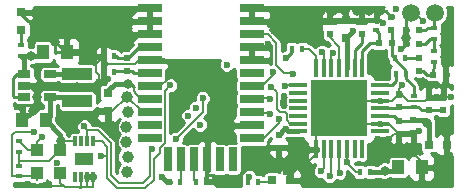
<source format=gtl>
G04 #@! TF.FileFunction,Copper,L1,Top,Signal*
%FSLAX46Y46*%
G04 Gerber Fmt 4.6, Leading zero omitted, Abs format (unit mm)*
G04 Created by KiCad (PCBNEW 4.0.1-stable) date 28/01/2016 21:23:27*
%MOMM*%
G01*
G04 APERTURE LIST*
%ADD10C,0.100000*%
%ADD11R,0.400000X0.600000*%
%ADD12R,0.320000X0.900000*%
%ADD13R,1.560000X1.060000*%
%ADD14R,1.000000X1.250000*%
%ADD15R,0.500000X0.600000*%
%ADD16R,0.600000X0.500000*%
%ADD17R,0.800000X0.750000*%
%ADD18R,0.750000X0.800000*%
%ADD19R,0.797560X0.797560*%
%ADD20R,0.600000X0.400000*%
%ADD21R,2.540000X1.021080*%
%ADD22C,1.500000*%
%ADD23R,0.280000X0.800000*%
%ADD24R,0.300000X1.500000*%
%ADD25R,1.500000X0.300000*%
%ADD26R,4.800000X4.800000*%
%ADD27R,2.000000X0.700000*%
%ADD28R,0.700000X2.000000*%
%ADD29R,1.000000X1.000000*%
%ADD30R,1.060000X0.650000*%
%ADD31C,1.000000*%
%ADD32C,0.600000*%
%ADD33C,0.800000*%
%ADD34C,0.150000*%
%ADD35C,0.180000*%
%ADD36C,0.300000*%
%ADD37C,0.280000*%
%ADD38C,0.400000*%
%ADD39C,0.200000*%
%ADD40C,0.250000*%
G04 APERTURE END LIST*
D10*
D11*
X72150000Y-63200000D03*
X71250000Y-63200000D03*
D12*
X56650000Y-62800000D03*
X57150000Y-62800000D03*
X57650000Y-62800000D03*
X58150000Y-62800000D03*
X58150000Y-59800000D03*
X57650000Y-59800000D03*
X57150000Y-59800000D03*
X56650000Y-59800000D03*
D13*
X57400000Y-61300000D03*
D14*
X84000000Y-62000000D03*
X86000000Y-62000000D03*
D15*
X87800000Y-57150000D03*
X87800000Y-56050000D03*
X73900000Y-59250000D03*
X73900000Y-60350000D03*
X78200000Y-50700000D03*
X78200000Y-49600000D03*
X85280000Y-58020000D03*
X85280000Y-59120000D03*
X80900000Y-50700000D03*
X80900000Y-49600000D03*
D16*
X83475000Y-51500000D03*
X82375000Y-51500000D03*
D15*
X84050000Y-55800000D03*
X84050000Y-56900000D03*
X83425000Y-50325000D03*
X83425000Y-49225000D03*
X86600000Y-56050000D03*
X86600000Y-57150000D03*
X85725000Y-53800000D03*
X85725000Y-52700000D03*
D16*
X86925000Y-54150000D03*
X88025000Y-54150000D03*
X85750000Y-51525000D03*
X84650000Y-51525000D03*
X85750000Y-50325000D03*
X84650000Y-50325000D03*
D17*
X86590000Y-60060000D03*
X88090000Y-60060000D03*
D15*
X61075000Y-52725000D03*
X61075000Y-53825000D03*
X84040000Y-58050000D03*
X84040000Y-59150000D03*
D18*
X59430000Y-55720000D03*
X59430000Y-57220000D03*
X79550000Y-51050000D03*
X79550000Y-49550000D03*
D14*
X53950000Y-52225000D03*
X55950000Y-52225000D03*
X54150000Y-58000000D03*
X52150000Y-58000000D03*
D19*
X73350700Y-63100000D03*
X74849300Y-63100000D03*
X52100000Y-50349300D03*
X52100000Y-48850700D03*
D20*
X82150000Y-49500000D03*
X82150000Y-50400000D03*
X85300000Y-56850000D03*
X85300000Y-55950000D03*
D11*
X83700000Y-52775000D03*
X84600000Y-52775000D03*
D20*
X87025000Y-53050000D03*
X87025000Y-52150000D03*
X87025000Y-51125000D03*
X87025000Y-50225000D03*
D11*
X59050000Y-52600000D03*
X59950000Y-52600000D03*
X59050000Y-53900000D03*
X59950000Y-53900000D03*
D21*
X56825000Y-56370540D03*
X56825000Y-54079460D03*
D22*
X87100000Y-48925000D03*
X85100000Y-48925000D03*
D23*
X87100000Y-49925000D03*
D11*
X81625000Y-62375000D03*
X80725000Y-62375000D03*
X74980000Y-51960000D03*
X75880000Y-51960000D03*
X84700000Y-54050000D03*
X83800000Y-54050000D03*
X65550000Y-63200000D03*
X64650000Y-63200000D03*
X66850000Y-63200000D03*
X67750000Y-63200000D03*
D20*
X51900000Y-60650000D03*
X51900000Y-59750000D03*
X51900000Y-61850000D03*
X51900000Y-62750000D03*
X52100000Y-51640000D03*
X52100000Y-52540000D03*
D24*
X80950000Y-53550000D03*
X80300000Y-53550000D03*
X79650000Y-53550000D03*
X79000000Y-53550000D03*
X78350000Y-53550000D03*
X77700000Y-53550000D03*
X77050000Y-53550000D03*
D25*
X75550000Y-55050000D03*
X75550000Y-55700000D03*
X75550000Y-56350000D03*
X75550000Y-57000000D03*
X75550000Y-57650000D03*
X75550000Y-58300000D03*
X75550000Y-58950000D03*
D24*
X77050000Y-60450000D03*
X77700000Y-60450000D03*
X78350000Y-60450000D03*
X79000000Y-60450000D03*
X79650000Y-60450000D03*
X80300000Y-60450000D03*
X80950000Y-60450000D03*
D25*
X82450000Y-58950000D03*
X82450000Y-58300000D03*
X82450000Y-57650000D03*
X82450000Y-57000000D03*
X82450000Y-56350000D03*
X82450000Y-55700000D03*
X82450000Y-55050000D03*
D26*
X79000000Y-57000000D03*
D27*
X62955000Y-48525000D03*
X62955000Y-49625000D03*
X62955000Y-50725000D03*
X62955000Y-51825000D03*
X62955000Y-52925000D03*
X62955000Y-54025000D03*
X62955000Y-55125000D03*
X62955000Y-56225000D03*
X62955000Y-57325000D03*
X62955000Y-58425000D03*
X62955000Y-59525000D03*
X71595000Y-59525000D03*
X71595000Y-58425000D03*
X71595000Y-57325000D03*
X71595000Y-56225000D03*
X71595000Y-55125000D03*
X71595000Y-54025000D03*
X71595000Y-52925000D03*
X71595000Y-51825000D03*
X71595000Y-50725000D03*
X71595000Y-49625000D03*
X71595000Y-48525000D03*
D28*
X64525000Y-61325000D03*
X65625000Y-61325000D03*
X66725000Y-61325000D03*
X67825000Y-61325000D03*
X68925000Y-61325000D03*
X70025000Y-61325000D03*
D29*
X55400000Y-60500000D03*
X53400000Y-60500000D03*
X53400000Y-62500000D03*
X55400000Y-62500000D03*
D30*
X52325000Y-54125000D03*
X52325000Y-55075000D03*
X52325000Y-56025000D03*
X54525000Y-56025000D03*
X54525000Y-54125000D03*
D31*
X61025000Y-62350000D03*
X61088500Y-61080000D03*
X60961500Y-59810000D03*
X60961500Y-58540000D03*
X61088500Y-57270000D03*
X61025000Y-56000000D03*
D32*
X78000000Y-58000000D03*
X77250000Y-57500000D03*
X77250000Y-58750000D03*
X81000000Y-56000000D03*
X80500000Y-57000000D03*
X77260000Y-56530000D03*
X78155000Y-55805000D03*
D33*
X68520000Y-58260000D03*
D32*
X51700000Y-56850000D03*
D33*
X58225000Y-57625000D03*
D32*
X55475000Y-57550000D03*
D33*
X53420000Y-56060000D03*
D32*
X57400000Y-57725000D03*
X83775000Y-48575000D03*
X88250000Y-53000000D03*
X88250000Y-52000000D03*
X88250000Y-50750000D03*
X88250000Y-49750000D03*
X88500000Y-49025000D03*
X86100000Y-49600000D03*
D33*
X77125000Y-51425000D03*
X73250000Y-49800000D03*
X73250000Y-49825000D03*
X60940000Y-51650000D03*
X55360000Y-55170000D03*
X56775000Y-55225000D03*
X53050000Y-57200000D03*
D32*
X55125000Y-61625000D03*
X52175000Y-63450000D03*
X74482500Y-62392500D03*
X87100000Y-62050000D03*
X79850000Y-62750000D03*
X75625000Y-59725000D03*
X80025000Y-58950000D03*
X79950000Y-57925000D03*
X80825000Y-57925000D03*
X79050000Y-57925000D03*
X78425000Y-58925000D03*
X79125000Y-58925000D03*
X80875000Y-58950000D03*
X74275000Y-56550000D03*
X59425000Y-54525000D03*
X58400000Y-51700000D03*
X58675000Y-54725000D03*
X58600000Y-55600000D03*
X64475000Y-54325000D03*
X59800000Y-58350000D03*
X59800000Y-59225000D03*
X54450000Y-63375000D03*
X85350000Y-60875000D03*
X84250000Y-60850000D03*
X88350000Y-63050000D03*
X88450000Y-61825000D03*
X88425000Y-60975000D03*
X88450000Y-59000000D03*
X87550000Y-59025000D03*
X85800000Y-58950000D03*
X82325000Y-59600000D03*
X83250000Y-59575000D03*
X84600000Y-59150000D03*
X88450000Y-56025000D03*
X87350000Y-58150000D03*
X88400000Y-58150000D03*
X87250000Y-56050000D03*
X86000000Y-55000000D03*
X87000000Y-55000000D03*
X88000000Y-55000000D03*
X84325000Y-55050000D03*
X84250000Y-52000000D03*
D33*
X82750000Y-53500000D03*
X81750000Y-53500000D03*
X81750000Y-52500000D03*
X82750000Y-52500000D03*
X84650000Y-51000000D03*
D32*
X82750000Y-49750000D03*
D33*
X78500000Y-48750000D03*
X79500000Y-48750000D03*
X80500000Y-48750000D03*
X81500000Y-48750000D03*
X82500000Y-48750000D03*
X77500000Y-48750000D03*
X76500000Y-48750000D03*
X75500000Y-48750000D03*
X74500000Y-48750000D03*
X73500000Y-48750000D03*
D32*
X72980000Y-51570000D03*
X69980000Y-54010000D03*
X72680000Y-61380000D03*
X68510000Y-62870000D03*
X69430000Y-62920000D03*
D33*
X54980000Y-51360000D03*
X52960000Y-51330000D03*
X61100000Y-50670000D03*
X61060000Y-49540000D03*
X60300000Y-48840000D03*
X59200000Y-48770000D03*
X59020000Y-49610000D03*
D32*
X64020000Y-62830000D03*
X74480000Y-58780000D03*
D33*
X86460000Y-58200000D03*
X82855000Y-62265000D03*
D32*
X80160000Y-50410000D03*
X74520000Y-52720000D03*
X69490000Y-53290000D03*
D33*
X61140000Y-54920000D03*
X55420000Y-59740000D03*
D32*
X73125000Y-56200000D03*
X73175000Y-57475000D03*
X79670000Y-61580000D03*
X67440000Y-56130000D03*
X65180000Y-59570000D03*
X66860000Y-56930000D03*
X57430000Y-58530000D03*
X53180000Y-59020000D03*
X63150000Y-60460000D03*
X58800000Y-61020000D03*
X53870000Y-59380000D03*
X64720000Y-55050000D03*
X67220000Y-58380000D03*
X66230000Y-57620000D03*
X71385000Y-62815000D03*
X74420000Y-55120000D03*
X73250000Y-55150000D03*
X77440000Y-62330000D03*
X78200000Y-62740000D03*
X79030000Y-62450000D03*
D33*
X52930000Y-52540000D03*
D32*
X78440000Y-52280000D03*
X77540000Y-52230000D03*
X73360000Y-53880000D03*
X73870000Y-57870000D03*
X75120000Y-54120000D03*
D34*
X77250000Y-57500000D02*
X77750000Y-57000000D01*
X77750000Y-57000000D02*
X79000000Y-57000000D01*
X77250000Y-58750000D02*
X79000000Y-57000000D01*
X81000000Y-56000000D02*
X80000000Y-57000000D01*
X80000000Y-57000000D02*
X79000000Y-57000000D01*
X80500000Y-57000000D02*
X79000000Y-57000000D01*
X77260000Y-56530000D02*
X77730000Y-57000000D01*
X77730000Y-57000000D02*
X79000000Y-57000000D01*
X78155000Y-55805000D02*
X79000000Y-56650000D01*
X79000000Y-56650000D02*
X79000000Y-57000000D01*
X57650000Y-62800000D02*
X57650000Y-63575000D01*
X57650000Y-63575000D02*
X57750000Y-63675000D01*
X57150000Y-62800000D02*
X57150000Y-63675000D01*
X57100000Y-63700000D02*
X57100000Y-63675000D01*
X57125000Y-63700000D02*
X57100000Y-63700000D01*
X57150000Y-63675000D02*
X57125000Y-63700000D01*
D35*
X52150000Y-58000000D02*
X52150000Y-57300000D01*
X52150000Y-57300000D02*
X51700000Y-56850000D01*
X58225000Y-57625000D02*
X57500000Y-57625000D01*
D34*
X58630000Y-57220000D02*
X58225000Y-57625000D01*
X59430000Y-57220000D02*
X58630000Y-57220000D01*
D35*
X57500000Y-57625000D02*
X57400000Y-57725000D01*
D34*
X88025000Y-53225000D02*
X88250000Y-53000000D01*
X88250000Y-52000000D02*
X88250000Y-50750000D01*
X88025000Y-54150000D02*
X88025000Y-53225000D01*
D35*
X88550000Y-48975000D02*
X88550000Y-48450000D01*
X88500000Y-49025000D02*
X88550000Y-48975000D01*
X85100000Y-48925000D02*
X85425000Y-48925000D01*
X85425000Y-48925000D02*
X86100000Y-49600000D01*
D36*
X77500000Y-48750000D02*
X77500000Y-51050000D01*
X77500000Y-51050000D02*
X77125000Y-51425000D01*
X71595000Y-49625000D02*
X73050000Y-49625000D01*
X73050000Y-49625000D02*
X73250000Y-49825000D01*
X60940000Y-51650000D02*
X61175000Y-51650000D01*
X61175000Y-51650000D02*
X62100000Y-50725000D01*
X62100000Y-50725000D02*
X62955000Y-50725000D01*
X62955000Y-49625000D02*
X61145000Y-49625000D01*
X61145000Y-49625000D02*
X61060000Y-49540000D01*
X61100000Y-50670000D02*
X62900000Y-50670000D01*
X62900000Y-50670000D02*
X62955000Y-50725000D01*
X62955000Y-48525000D02*
X62075000Y-48525000D01*
X62075000Y-48525000D02*
X61060000Y-49540000D01*
D37*
X55265000Y-55075000D02*
X55360000Y-55170000D01*
X52325000Y-55075000D02*
X55265000Y-55075000D01*
D38*
X53420000Y-56830000D02*
X53420000Y-56060000D01*
X53050000Y-57200000D02*
X53420000Y-56830000D01*
X52250000Y-58000000D02*
X53050000Y-57200000D01*
D34*
X87050000Y-62000000D02*
X87100000Y-62050000D01*
X86000000Y-62000000D02*
X87050000Y-62000000D01*
X74849300Y-63100000D02*
X74849300Y-62700700D01*
X74849300Y-62700700D02*
X76250000Y-61300000D01*
X75625000Y-59725000D02*
X75625000Y-61025000D01*
X75000000Y-60350000D02*
X75625000Y-59725000D01*
X73900000Y-60350000D02*
X75000000Y-60350000D01*
X76550000Y-61400000D02*
X77050000Y-60900000D01*
X76000000Y-61400000D02*
X76550000Y-61400000D01*
X75625000Y-61025000D02*
X76000000Y-61400000D01*
X77050000Y-60900000D02*
X77050000Y-60450000D01*
X78900000Y-56025000D02*
X79000000Y-56125000D01*
X77050000Y-60450000D02*
X77050000Y-58950000D01*
X77050000Y-58950000D02*
X79000000Y-57000000D01*
X82450000Y-56350000D02*
X79650000Y-56350000D01*
X79650000Y-56350000D02*
X79000000Y-57000000D01*
X82450000Y-58300000D02*
X80300000Y-58300000D01*
X80300000Y-58300000D02*
X79000000Y-57000000D01*
X80300000Y-58300000D02*
X79000000Y-57000000D01*
X80025000Y-58950000D02*
X79000000Y-57925000D01*
X79950000Y-57925000D02*
X79025000Y-57000000D01*
X79025000Y-57000000D02*
X79000000Y-57000000D01*
X80825000Y-57925000D02*
X79900000Y-57000000D01*
X79900000Y-57000000D02*
X79000000Y-57000000D01*
X79050000Y-57925000D02*
X79000000Y-57875000D01*
X78425000Y-58925000D02*
X79000000Y-58350000D01*
X79125000Y-58925000D02*
X79000000Y-58800000D01*
X79000000Y-58800000D02*
X79000000Y-57000000D01*
X80875000Y-58950000D02*
X79000000Y-57075000D01*
D38*
X52150000Y-58000000D02*
X52250000Y-58000000D01*
D34*
X59050000Y-53900000D02*
X59050000Y-54150000D01*
X59050000Y-54150000D02*
X59425000Y-54525000D01*
X58400000Y-52025000D02*
X58400000Y-51700000D01*
X58400000Y-53200000D02*
X58400000Y-52025000D01*
X58400000Y-52025000D02*
X58400000Y-51975000D01*
X58400000Y-53200000D02*
X58450000Y-53200000D01*
X58675000Y-54200000D02*
X58400000Y-53925000D01*
X58400000Y-53925000D02*
X58400000Y-53200000D01*
X58675000Y-54725000D02*
X58675000Y-54200000D01*
X58450000Y-53200000D02*
X59050000Y-52600000D01*
X58675000Y-54725000D02*
X58675000Y-55525000D01*
X59050000Y-53900000D02*
X59050000Y-54350000D01*
X58675000Y-54725000D02*
X59050000Y-54350000D01*
X58675000Y-55525000D02*
X58600000Y-55600000D01*
X59050000Y-53900000D02*
X59050000Y-53625000D01*
X59050000Y-53625000D02*
X59400000Y-53275000D01*
X62955000Y-52925000D02*
X62050000Y-52925000D01*
X62050000Y-52925000D02*
X61700000Y-53275000D01*
X61700000Y-53275000D02*
X59400000Y-53275000D01*
X59400000Y-53275000D02*
X59050000Y-52925000D01*
X59050000Y-52925000D02*
X59050000Y-52600000D01*
X64475000Y-54325000D02*
X64475000Y-54475000D01*
X64475000Y-54475000D02*
X63825000Y-55125000D01*
X62955000Y-55125000D02*
X63825000Y-55125000D01*
X62955000Y-57325000D02*
X62350000Y-57325000D01*
X62350000Y-57325000D02*
X61025000Y-56000000D01*
X59430000Y-57980000D02*
X59800000Y-58350000D01*
X59430000Y-57980000D02*
X59430000Y-57220000D01*
X59430000Y-57220000D02*
X59805000Y-57220000D01*
X59805000Y-57220000D02*
X61025000Y-56000000D01*
X54450000Y-63375000D02*
X54650000Y-63575000D01*
X54650000Y-63575000D02*
X55675000Y-63575000D01*
X57650000Y-63575000D02*
X57750000Y-63675000D01*
X55400000Y-62500000D02*
X55400000Y-63300000D01*
X58150000Y-63675000D02*
X58150000Y-62800000D01*
X55775000Y-63675000D02*
X57100000Y-63675000D01*
X57100000Y-63675000D02*
X57750000Y-63675000D01*
X57750000Y-63675000D02*
X58150000Y-63675000D01*
X55400000Y-63300000D02*
X55675000Y-63575000D01*
X55675000Y-63575000D02*
X55775000Y-63675000D01*
X86000000Y-61525000D02*
X85350000Y-60875000D01*
X86000000Y-62000000D02*
X86000000Y-61525000D01*
X88090000Y-60060000D02*
X88090000Y-60640000D01*
X88350000Y-61925000D02*
X88350000Y-63050000D01*
X88450000Y-61825000D02*
X88350000Y-61925000D01*
X88090000Y-60640000D02*
X88425000Y-60975000D01*
X88090000Y-60060000D02*
X88090000Y-59565000D01*
X88090000Y-59565000D02*
X87550000Y-59025000D01*
X85280000Y-59120000D02*
X85630000Y-59120000D01*
X85630000Y-59120000D02*
X85800000Y-58950000D01*
X84040000Y-59150000D02*
X83675000Y-59150000D01*
X83675000Y-59150000D02*
X83250000Y-59575000D01*
X85280000Y-59120000D02*
X84955000Y-59120000D01*
X84955000Y-59120000D02*
X84925000Y-59150000D01*
X84040000Y-59150000D02*
X84600000Y-59150000D01*
X84600000Y-59150000D02*
X84925000Y-59150000D01*
X84950000Y-59175000D02*
X84975000Y-59175000D01*
X84925000Y-59150000D02*
X84950000Y-59175000D01*
X82450000Y-58300000D02*
X83190000Y-58300000D01*
X83190000Y-58300000D02*
X84040000Y-59150000D01*
X88450000Y-56050000D02*
X88450000Y-56025000D01*
X87800000Y-56050000D02*
X88450000Y-56050000D01*
X88400000Y-58150000D02*
X87350000Y-58150000D01*
X88000000Y-54175000D02*
X88000000Y-55000000D01*
X86000000Y-55000000D02*
X87000000Y-55000000D01*
X84050000Y-55325000D02*
X84050000Y-55800000D01*
X84050000Y-55325000D02*
X84325000Y-55050000D01*
X88000000Y-54175000D02*
X88025000Y-54150000D01*
X87800000Y-56050000D02*
X87250000Y-56050000D01*
X87250000Y-56050000D02*
X86600000Y-56050000D01*
X84050000Y-55800000D02*
X84225000Y-55800000D01*
X84225000Y-55800000D02*
X84825000Y-56400000D01*
X86250000Y-56400000D02*
X86600000Y-56050000D01*
X84825000Y-56400000D02*
X86250000Y-56400000D01*
X82450000Y-56350000D02*
X83500000Y-56350000D01*
X83500000Y-56350000D02*
X84050000Y-55800000D01*
D37*
X84650000Y-51600000D02*
X84250000Y-52000000D01*
X81750000Y-53500000D02*
X82750000Y-53500000D01*
X82750000Y-52500000D02*
X81750000Y-52500000D01*
X84650000Y-51525000D02*
X84650000Y-51600000D01*
X84650000Y-51525000D02*
X84650000Y-51000000D01*
X84650000Y-51000000D02*
X84650000Y-50325000D01*
X84650000Y-50325000D02*
X84650000Y-49375000D01*
X84650000Y-49375000D02*
X85100000Y-48925000D01*
X82150000Y-49500000D02*
X82500000Y-49500000D01*
X82500000Y-49500000D02*
X82750000Y-49750000D01*
X82500000Y-48750000D02*
X82950000Y-48750000D01*
X78500000Y-48750000D02*
X79500000Y-48750000D01*
X80500000Y-48750000D02*
X81500000Y-48750000D01*
X71595000Y-48525000D02*
X73275000Y-48525000D01*
X76500000Y-48750000D02*
X77500000Y-48750000D01*
X74500000Y-48750000D02*
X75500000Y-48750000D01*
X73275000Y-48525000D02*
X73500000Y-48750000D01*
X82950000Y-48750000D02*
X83425000Y-49225000D01*
X73050000Y-51825000D02*
X73050000Y-51640000D01*
X73050000Y-51640000D02*
X72980000Y-51570000D01*
X71595000Y-52925000D02*
X73125000Y-52925000D01*
X73055000Y-51825000D02*
X73050000Y-51825000D01*
X73050000Y-51825000D02*
X71595000Y-51825000D01*
X73260000Y-52030000D02*
X73055000Y-51825000D01*
X73260000Y-52790000D02*
X73260000Y-52030000D01*
X73125000Y-52925000D02*
X73260000Y-52790000D01*
X74849300Y-63100000D02*
X74849300Y-62759300D01*
X74849300Y-62759300D02*
X74482500Y-62392500D01*
X74482500Y-62392500D02*
X73470000Y-61380000D01*
X73470000Y-61380000D02*
X72680000Y-61380000D01*
X68280000Y-62640000D02*
X68510000Y-62870000D01*
X67825000Y-62640000D02*
X68280000Y-62640000D01*
X70320000Y-62900000D02*
X70360000Y-62860000D01*
X69450000Y-62900000D02*
X70320000Y-62900000D01*
X69430000Y-62920000D02*
X69450000Y-62900000D01*
X67825000Y-61325000D02*
X67825000Y-62640000D01*
X67825000Y-62640000D02*
X67825000Y-63125000D01*
X67825000Y-63125000D02*
X67750000Y-63200000D01*
X54980000Y-51360000D02*
X54980000Y-52270000D01*
X55845000Y-52225000D02*
X54980000Y-51360000D01*
X55025000Y-52225000D02*
X55950000Y-52225000D01*
X54980000Y-52270000D02*
X55025000Y-52225000D01*
X53420000Y-56060000D02*
X53420000Y-55660000D01*
X53420000Y-55660000D02*
X52835000Y-55075000D01*
X52325000Y-55075000D02*
X52835000Y-55075000D01*
X52900000Y-49575000D02*
X52900000Y-51270000D01*
X52900000Y-51270000D02*
X52960000Y-51330000D01*
X52100000Y-48850700D02*
X52100000Y-49030000D01*
X52100000Y-49030000D02*
X52645000Y-49575000D01*
X52645000Y-49575000D02*
X52900000Y-49575000D01*
D38*
X61100000Y-50670000D02*
X61060000Y-50630000D01*
X61060000Y-50630000D02*
X61060000Y-49540000D01*
X60300000Y-48840000D02*
X60230000Y-48770000D01*
X60230000Y-48770000D02*
X59200000Y-48770000D01*
X59020000Y-49610000D02*
X58630000Y-50000000D01*
X58630000Y-50000000D02*
X58630000Y-50790000D01*
X59430000Y-55720000D02*
X59430000Y-55480000D01*
X59430000Y-55480000D02*
X59990000Y-54920000D01*
X59990000Y-54920000D02*
X61140000Y-54920000D01*
X86590000Y-60060000D02*
X86590000Y-58330000D01*
X86590000Y-58330000D02*
X86460000Y-58200000D01*
X64390000Y-63200000D02*
X64020000Y-62830000D01*
X64650000Y-63200000D02*
X64390000Y-63200000D01*
X74480000Y-58780000D02*
X74370000Y-58780000D01*
X74370000Y-58780000D02*
X73900000Y-59250000D01*
X75550000Y-58950000D02*
X74650000Y-58950000D01*
X74650000Y-58950000D02*
X74480000Y-58780000D01*
X86280000Y-58020000D02*
X85280000Y-58020000D01*
X86460000Y-58200000D02*
X86280000Y-58020000D01*
X82855000Y-62265000D02*
X83735000Y-62265000D01*
X83735000Y-62265000D02*
X84000000Y-62000000D01*
X82745000Y-62375000D02*
X81625000Y-62375000D01*
X82855000Y-62265000D02*
X82745000Y-62375000D01*
X80160000Y-50410000D02*
X79550000Y-51020000D01*
X79550000Y-51050000D02*
X79550000Y-51020000D01*
X79550000Y-51050000D02*
X79550000Y-50900000D01*
X79650000Y-53550000D02*
X79650000Y-51150000D01*
X79650000Y-51150000D02*
X79550000Y-51050000D01*
D37*
X74980000Y-51960000D02*
X74980000Y-52260000D01*
X74980000Y-52260000D02*
X74520000Y-52720000D01*
D39*
X61750000Y-55640000D02*
X61750000Y-55730000D01*
D37*
X61360000Y-54920000D02*
X61650000Y-55210000D01*
D39*
X61650000Y-55210000D02*
X61650000Y-55540000D01*
X61650000Y-55540000D02*
X61750000Y-55640000D01*
X61140000Y-54920000D02*
X61360000Y-54920000D01*
X61750000Y-55730000D02*
X62245000Y-56225000D01*
X62245000Y-56225000D02*
X62955000Y-56225000D01*
D35*
X56650000Y-59800000D02*
X55480000Y-59800000D01*
X55480000Y-59800000D02*
X55420000Y-59740000D01*
X55420000Y-59740000D02*
X55400000Y-59740000D01*
X55400000Y-59740000D02*
X55420000Y-59740000D01*
X55420000Y-59740000D02*
X55400000Y-59740000D01*
X51900000Y-61430000D02*
X54470000Y-61430000D01*
X54470000Y-61430000D02*
X55400000Y-60500000D01*
X51900000Y-61850000D02*
X51900000Y-61430000D01*
X51900000Y-61430000D02*
X51900000Y-60650000D01*
D38*
X55400000Y-60500000D02*
X55400000Y-59740000D01*
X55400000Y-59740000D02*
X55400000Y-59250000D01*
X55400000Y-59250000D02*
X54150000Y-58000000D01*
X54525000Y-56025000D02*
X56479460Y-56025000D01*
X56479460Y-56025000D02*
X56825000Y-56370540D01*
X54525000Y-56025000D02*
X54525000Y-57625000D01*
X54525000Y-57625000D02*
X54150000Y-58000000D01*
D37*
X84040000Y-58050000D02*
X85250000Y-58050000D01*
X85250000Y-58050000D02*
X85280000Y-58020000D01*
X82450000Y-57650000D02*
X83640000Y-57650000D01*
X83640000Y-57650000D02*
X84040000Y-58050000D01*
D34*
X73125000Y-56200000D02*
X73025000Y-56100000D01*
X73025000Y-56100000D02*
X71720000Y-56100000D01*
X71720000Y-56100000D02*
X71595000Y-56225000D01*
X73175000Y-57475000D02*
X73050000Y-57350000D01*
X73050000Y-57350000D02*
X71620000Y-57350000D01*
X71620000Y-57350000D02*
X71595000Y-57325000D01*
X72150000Y-63200000D02*
X73250700Y-63200000D01*
X73250700Y-63200000D02*
X73350700Y-63100000D01*
X79670000Y-61580000D02*
X79670000Y-61640000D01*
X80405000Y-62375000D02*
X80725000Y-62375000D01*
X79670000Y-61640000D02*
X80405000Y-62375000D01*
X79670000Y-61580000D02*
X79650000Y-61560000D01*
X79650000Y-61560000D02*
X79650000Y-60450000D01*
X67420000Y-56110000D02*
X67440000Y-56130000D01*
X67440000Y-56130000D02*
X67420000Y-56110000D01*
X67440000Y-57310000D02*
X67440000Y-56130000D01*
X65180000Y-59570000D02*
X67440000Y-57310000D01*
X57690000Y-58790000D02*
X57690000Y-58870000D01*
X57430000Y-58530000D02*
X57690000Y-58790000D01*
X51320000Y-62750000D02*
X51300000Y-62730000D01*
X51300000Y-62730000D02*
X51300000Y-59280000D01*
X51300000Y-59280000D02*
X51560000Y-59020000D01*
X51560000Y-59020000D02*
X53180000Y-59020000D01*
X51900000Y-62750000D02*
X51320000Y-62750000D01*
X53400000Y-62500000D02*
X53400000Y-63030000D01*
D35*
X51900000Y-62750000D02*
X53150000Y-62750000D01*
X53150000Y-62750000D02*
X53400000Y-62500000D01*
D34*
X63150000Y-60460000D02*
X62990000Y-60620000D01*
X62990000Y-60620000D02*
X62990000Y-62750000D01*
X62990000Y-62750000D02*
X62400000Y-63340000D01*
X62400000Y-63340000D02*
X62070000Y-63340000D01*
X58580000Y-58870000D02*
X57690000Y-58870000D01*
X60380000Y-63340000D02*
X62070000Y-63340000D01*
X59650000Y-62610000D02*
X60380000Y-63340000D01*
X59650000Y-59940000D02*
X59650000Y-62610000D01*
X58580000Y-58870000D02*
X59650000Y-59940000D01*
X57650000Y-59800000D02*
X57650000Y-58910000D01*
X57650000Y-58910000D02*
X57690000Y-58870000D01*
X58850000Y-61070000D02*
X59349998Y-61070000D01*
X58800000Y-61020000D02*
X58850000Y-61070000D01*
X53400000Y-59850000D02*
X53870000Y-59380000D01*
X53400000Y-60500000D02*
X53400000Y-59850000D01*
D35*
X53400000Y-60500000D02*
X52650000Y-60500000D01*
X52650000Y-60500000D02*
X51900000Y-59750000D01*
D34*
X64230000Y-59940000D02*
X64230000Y-55540000D01*
X63830000Y-60340000D02*
X64230000Y-59940000D01*
X63320000Y-61260000D02*
X63830000Y-60750000D01*
X63320000Y-63050000D02*
X63320000Y-61260000D01*
X62590000Y-63780000D02*
X63320000Y-63050000D01*
X60230000Y-63780000D02*
X62590000Y-63780000D01*
X59349998Y-62899998D02*
X60230000Y-63780000D01*
X59349998Y-61070000D02*
X59349998Y-62899998D01*
X63830000Y-60750000D02*
X63830000Y-60340000D01*
X64230000Y-55540000D02*
X64720000Y-55050000D01*
X58879998Y-59800000D02*
X59349998Y-60270000D01*
X58150000Y-59800000D02*
X58879998Y-59800000D01*
X59349998Y-60270000D02*
X59349998Y-61070000D01*
X71385000Y-62815000D02*
X71250000Y-62950000D01*
X71250000Y-62950000D02*
X71250000Y-63200000D01*
X74490000Y-55050000D02*
X75550000Y-55050000D01*
X74420000Y-55120000D02*
X74490000Y-55050000D01*
X73700000Y-56940000D02*
X73700000Y-57020000D01*
X74560000Y-58020000D02*
X74840000Y-58300000D01*
X74560000Y-58020000D02*
X74560000Y-57710000D01*
X74560000Y-57440000D02*
X74560000Y-57710000D01*
X74430000Y-57310000D02*
X74560000Y-57440000D01*
X73990000Y-57310000D02*
X74430000Y-57310000D01*
X73700000Y-57020000D02*
X73990000Y-57310000D01*
X73700000Y-55610000D02*
X73250000Y-55150000D01*
X73700000Y-56870000D02*
X73700000Y-56940000D01*
X73700000Y-56940000D02*
X73700000Y-55610000D01*
X75550000Y-58300000D02*
X74840000Y-58300000D01*
X77700000Y-62070000D02*
X77700000Y-60450000D01*
X77440000Y-62330000D02*
X77700000Y-62070000D01*
X78350000Y-61900000D02*
X78350000Y-62590000D01*
X78350000Y-62590000D02*
X78200000Y-62740000D01*
X78350000Y-60450000D02*
X78350000Y-61900000D01*
X78350000Y-61900000D02*
X78350000Y-61920000D01*
X79030000Y-62450000D02*
X79000000Y-62420000D01*
X79000000Y-62420000D02*
X79000000Y-60450000D01*
D37*
X52325000Y-56025000D02*
X51485000Y-56025000D01*
X51745000Y-54125000D02*
X52325000Y-54125000D01*
X51410000Y-54460000D02*
X51745000Y-54125000D01*
X51410000Y-55950000D02*
X51410000Y-54460000D01*
X51485000Y-56025000D02*
X51410000Y-55950000D01*
D38*
X52100000Y-52540000D02*
X52930000Y-52540000D01*
X52930000Y-52540000D02*
X53635000Y-52540000D01*
X53635000Y-52540000D02*
X53950000Y-52225000D01*
X52325000Y-54125000D02*
X52325000Y-52970000D01*
X52325000Y-52970000D02*
X52325000Y-52765000D01*
X52325000Y-52765000D02*
X52100000Y-52540000D01*
D34*
X78350000Y-52350000D02*
X78430000Y-52270000D01*
X78350000Y-53550000D02*
X78350000Y-52350000D01*
X78440000Y-52280000D02*
X78430000Y-52270000D01*
X78350000Y-53550000D02*
X78350000Y-52900000D01*
X77700000Y-52390000D02*
X77540000Y-52230000D01*
X77700000Y-53550000D02*
X77700000Y-52390000D01*
D37*
X86600000Y-57150000D02*
X87800000Y-57150000D01*
X85300000Y-56850000D02*
X85680000Y-56850000D01*
X85980000Y-57150000D02*
X86600000Y-57150000D01*
X85680000Y-56850000D02*
X85980000Y-57150000D01*
X84050000Y-56900000D02*
X85250000Y-56900000D01*
X85250000Y-56900000D02*
X85300000Y-56850000D01*
X82450000Y-57000000D02*
X83950000Y-57000000D01*
X83950000Y-57000000D02*
X84050000Y-56900000D01*
D34*
X79000000Y-52500000D02*
X79000000Y-51790000D01*
X79000000Y-51790000D02*
X78200000Y-50990000D01*
X78200000Y-50990000D02*
X78200000Y-50700000D01*
X79000000Y-53550000D02*
X79000000Y-52500000D01*
X79000000Y-52500000D02*
X79000000Y-52480000D01*
D37*
X80300000Y-53550000D02*
X80300000Y-52060000D01*
X80900000Y-51460000D02*
X80900000Y-50700000D01*
X80300000Y-52060000D02*
X80900000Y-51460000D01*
X84700000Y-54050000D02*
X84700000Y-54500000D01*
X85300000Y-55100000D02*
X85300000Y-55950000D01*
X84700000Y-54500000D02*
X85300000Y-55100000D01*
X83700000Y-52775000D02*
X83700000Y-52800000D01*
X83700000Y-52800000D02*
X84700000Y-53800000D01*
X84700000Y-53800000D02*
X84700000Y-54050000D01*
X83475000Y-51500000D02*
X83475000Y-52550000D01*
X83475000Y-52550000D02*
X83700000Y-52775000D01*
X83475000Y-51500000D02*
X83475000Y-50375000D01*
X83475000Y-50375000D02*
X83425000Y-50325000D01*
X82375000Y-51500000D02*
X82375000Y-50625000D01*
X82375000Y-50625000D02*
X82150000Y-50400000D01*
X80950000Y-53550000D02*
X80950000Y-52150000D01*
X81600000Y-51500000D02*
X82375000Y-51500000D01*
X80950000Y-52150000D02*
X81600000Y-51500000D01*
X86925000Y-54150000D02*
X86925000Y-53665000D01*
X87025000Y-53565000D02*
X87025000Y-53050000D01*
X86925000Y-53665000D02*
X87025000Y-53565000D01*
X86925000Y-54150000D02*
X86470000Y-54150000D01*
X86120000Y-53800000D02*
X85725000Y-53800000D01*
X86470000Y-54150000D02*
X86120000Y-53800000D01*
X84600000Y-52775000D02*
X85650000Y-52775000D01*
X85650000Y-52775000D02*
X85725000Y-52700000D01*
X87025000Y-51125000D02*
X86695000Y-51125000D01*
X86295000Y-51525000D02*
X85750000Y-51525000D01*
X86695000Y-51125000D02*
X86295000Y-51525000D01*
X87025000Y-52150000D02*
X87025000Y-51125000D01*
X87025000Y-50225000D02*
X87025000Y-49000000D01*
X87025000Y-49000000D02*
X87100000Y-48925000D01*
X85750000Y-50325000D02*
X86365000Y-50325000D01*
X86465000Y-50225000D02*
X87025000Y-50225000D01*
X86365000Y-50325000D02*
X86465000Y-50225000D01*
X59950000Y-52600000D02*
X60140000Y-52600000D01*
X60140000Y-52600000D02*
X60265000Y-52725000D01*
X60265000Y-52725000D02*
X61075000Y-52725000D01*
X62955000Y-51825000D02*
X62055000Y-51825000D01*
X62055000Y-51825000D02*
X61155000Y-52725000D01*
X61155000Y-52725000D02*
X61075000Y-52725000D01*
X61075000Y-53825000D02*
X60025000Y-53825000D01*
X60025000Y-53825000D02*
X59950000Y-53900000D01*
X61075000Y-53825000D02*
X61425000Y-53825000D01*
X61625000Y-54025000D02*
X62955000Y-54025000D01*
X61425000Y-53825000D02*
X61625000Y-54025000D01*
X52100000Y-51640000D02*
X52100000Y-50349300D01*
D38*
X54525000Y-54125000D02*
X56779460Y-54125000D01*
X56779460Y-54125000D02*
X56825000Y-54079460D01*
D35*
X75880000Y-51960000D02*
X76480000Y-51960000D01*
X77050000Y-52530000D02*
X77050000Y-53550000D01*
X76480000Y-51960000D02*
X77050000Y-52530000D01*
D37*
X82450000Y-55050000D02*
X83450000Y-55050000D01*
X83800000Y-54700000D02*
X83800000Y-54050000D01*
X83450000Y-55050000D02*
X83800000Y-54700000D01*
D39*
X65625000Y-61325000D02*
X65625000Y-63125000D01*
X65625000Y-63125000D02*
X65550000Y-63200000D01*
X66725000Y-61325000D02*
X66725000Y-63075000D01*
X66725000Y-63075000D02*
X66850000Y-63200000D01*
D34*
X73430000Y-53950000D02*
X73360000Y-53880000D01*
X72435000Y-55125000D02*
X73430000Y-54130000D01*
X73430000Y-54130000D02*
X73430000Y-53950000D01*
X71595000Y-55125000D02*
X72435000Y-55125000D01*
X75120000Y-54120000D02*
X74970000Y-53970000D01*
X74970000Y-53970000D02*
X74290000Y-53970000D01*
X74290000Y-53970000D02*
X73680000Y-53360000D01*
X73680000Y-53360000D02*
X73680000Y-51470000D01*
X73680000Y-51470000D02*
X72935000Y-50725000D01*
X71595000Y-50725000D02*
X72935000Y-50725000D01*
X72605000Y-59525000D02*
X71595000Y-59525000D01*
X73870000Y-58260000D02*
X73870000Y-57870000D01*
X72605000Y-59525000D02*
X73870000Y-58260000D01*
X71595000Y-59525000D02*
X72285000Y-59525000D01*
D40*
G36*
X54267000Y-63125911D02*
X54363368Y-63358565D01*
X54541434Y-63536631D01*
X54573709Y-63550000D01*
X51450000Y-63550000D01*
X51450000Y-63301372D01*
X51451246Y-63302223D01*
X51600000Y-63332346D01*
X52200000Y-63332346D01*
X52338966Y-63306198D01*
X52466599Y-63224069D01*
X52472796Y-63215000D01*
X52592728Y-63215000D01*
X52625931Y-63266599D01*
X52751246Y-63352223D01*
X52900000Y-63382346D01*
X53132908Y-63382346D01*
X53227792Y-63445746D01*
X53400000Y-63480000D01*
X53572208Y-63445746D01*
X53667092Y-63382346D01*
X53900000Y-63382346D01*
X54038966Y-63356198D01*
X54166599Y-63274069D01*
X54252223Y-63148754D01*
X54267000Y-63075782D01*
X54267000Y-63125911D01*
X54267000Y-63125911D01*
G37*
X54267000Y-63125911D02*
X54363368Y-63358565D01*
X54541434Y-63536631D01*
X54573709Y-63550000D01*
X51450000Y-63550000D01*
X51450000Y-63301372D01*
X51451246Y-63302223D01*
X51600000Y-63332346D01*
X52200000Y-63332346D01*
X52338966Y-63306198D01*
X52466599Y-63224069D01*
X52472796Y-63215000D01*
X52592728Y-63215000D01*
X52625931Y-63266599D01*
X52751246Y-63352223D01*
X52900000Y-63382346D01*
X53132908Y-63382346D01*
X53227792Y-63445746D01*
X53400000Y-63480000D01*
X53572208Y-63445746D01*
X53667092Y-63382346D01*
X53900000Y-63382346D01*
X54038966Y-63356198D01*
X54166599Y-63274069D01*
X54252223Y-63148754D01*
X54267000Y-63075782D01*
X54267000Y-63125911D01*
G36*
X63084000Y-52796000D02*
X64133914Y-52796000D01*
X64160399Y-52837159D01*
X64201368Y-52865152D01*
X64250000Y-52875000D01*
X68950297Y-52875000D01*
X68918097Y-52907144D01*
X68815117Y-53155145D01*
X68814883Y-53423677D01*
X68917429Y-53671857D01*
X69107144Y-53861903D01*
X69355145Y-53964883D01*
X69623677Y-53965117D01*
X69871857Y-53862571D01*
X70061903Y-53672856D01*
X70072394Y-53647591D01*
X70212654Y-53787851D01*
X70212654Y-54375000D01*
X70238802Y-54513966D01*
X70277938Y-54574786D01*
X70242777Y-54626246D01*
X70212654Y-54775000D01*
X70212654Y-55475000D01*
X70238802Y-55613966D01*
X70277938Y-55674786D01*
X70242777Y-55726246D01*
X70212654Y-55875000D01*
X70212654Y-56575000D01*
X70238802Y-56713966D01*
X70277938Y-56774786D01*
X70242777Y-56826246D01*
X70212654Y-56975000D01*
X70212654Y-57562149D01*
X70058369Y-57716434D01*
X69962000Y-57949088D01*
X69962000Y-58137750D01*
X70120250Y-58296000D01*
X71466000Y-58296000D01*
X71466000Y-58276000D01*
X71724000Y-58276000D01*
X71724000Y-58296000D01*
X71744000Y-58296000D01*
X71744000Y-58554000D01*
X71724000Y-58554000D01*
X71724000Y-58574000D01*
X71466000Y-58574000D01*
X71466000Y-58554000D01*
X70120250Y-58554000D01*
X69962000Y-58712250D01*
X69962000Y-58900912D01*
X70058369Y-59133566D01*
X70212654Y-59287851D01*
X70212654Y-59875000D01*
X70225384Y-59942654D01*
X69675000Y-59942654D01*
X69536034Y-59968802D01*
X69475214Y-60007938D01*
X69423754Y-59972777D01*
X69275000Y-59942654D01*
X68687851Y-59942654D01*
X68533565Y-59788368D01*
X68300911Y-59692000D01*
X68112250Y-59692000D01*
X67954000Y-59850250D01*
X67954000Y-61196000D01*
X67974000Y-61196000D01*
X67974000Y-61454000D01*
X67954000Y-61454000D01*
X67954000Y-62321250D01*
X67850000Y-62425250D01*
X67850000Y-63071000D01*
X68424750Y-63071000D01*
X68583000Y-62912750D01*
X68583000Y-62812197D01*
X68687851Y-62707346D01*
X69275000Y-62707346D01*
X69413966Y-62681198D01*
X69474786Y-62642062D01*
X69526246Y-62677223D01*
X69675000Y-62707346D01*
X70375000Y-62707346D01*
X70513966Y-62681198D01*
X70641599Y-62599069D01*
X70727223Y-62473754D01*
X70757346Y-62325000D01*
X70757346Y-60637250D01*
X73017000Y-60637250D01*
X73017000Y-60775911D01*
X73113368Y-61008565D01*
X73291434Y-61186631D01*
X73524088Y-61283000D01*
X73616750Y-61283000D01*
X73775000Y-61124750D01*
X73775000Y-60479000D01*
X74025000Y-60479000D01*
X74025000Y-61124750D01*
X74183250Y-61283000D01*
X74275912Y-61283000D01*
X74508566Y-61186631D01*
X74686632Y-61008565D01*
X74783000Y-60775911D01*
X74783000Y-60637250D01*
X74624750Y-60479000D01*
X74025000Y-60479000D01*
X73775000Y-60479000D01*
X73175250Y-60479000D01*
X73017000Y-60637250D01*
X70757346Y-60637250D01*
X70757346Y-60325000D01*
X70744616Y-60257346D01*
X72595000Y-60257346D01*
X72733966Y-60231198D01*
X72861599Y-60149069D01*
X72947223Y-60023754D01*
X72977346Y-59875000D01*
X72977346Y-59789050D01*
X73267654Y-59498742D01*
X73267654Y-59537149D01*
X73113368Y-59691435D01*
X73017000Y-59924089D01*
X73017000Y-60062750D01*
X73175250Y-60221000D01*
X73775000Y-60221000D01*
X73775000Y-60201000D01*
X74025000Y-60201000D01*
X74025000Y-60221000D01*
X74624750Y-60221000D01*
X74783000Y-60062750D01*
X74783000Y-59924089D01*
X74686632Y-59691435D01*
X74532346Y-59537149D01*
X74532346Y-59501597D01*
X74650000Y-59525000D01*
X75550000Y-59525000D01*
X75764437Y-59482346D01*
X75967000Y-59482346D01*
X75967000Y-59525911D01*
X76063368Y-59758565D01*
X76241434Y-59936631D01*
X76267000Y-59947221D01*
X76267000Y-60162750D01*
X76425250Y-60321000D01*
X76975000Y-60321000D01*
X76975000Y-60301000D01*
X77125000Y-60301000D01*
X77125000Y-60321000D01*
X77167654Y-60321000D01*
X77167654Y-60579000D01*
X77125000Y-60579000D01*
X77125000Y-60599000D01*
X76975000Y-60599000D01*
X76975000Y-60579000D01*
X76425250Y-60579000D01*
X76267000Y-60737250D01*
X76267000Y-61325912D01*
X76363369Y-61558566D01*
X76541435Y-61736632D01*
X76774089Y-61833000D01*
X76816750Y-61833000D01*
X76920998Y-61728752D01*
X76920998Y-61833000D01*
X76982440Y-61833000D01*
X76868097Y-61947144D01*
X76765117Y-62195145D01*
X76764883Y-62463677D01*
X76867429Y-62711857D01*
X77057144Y-62901903D01*
X77305145Y-63004883D01*
X77573677Y-63005117D01*
X77578389Y-63003170D01*
X77627429Y-63121857D01*
X77817144Y-63311903D01*
X78065145Y-63414883D01*
X78333677Y-63415117D01*
X78581857Y-63312571D01*
X78771903Y-63122856D01*
X78789310Y-63080936D01*
X78895145Y-63124883D01*
X79163677Y-63125117D01*
X79411857Y-63022571D01*
X79601903Y-62832856D01*
X79704883Y-62584855D01*
X79705117Y-62316323D01*
X79701730Y-62308126D01*
X80086802Y-62693198D01*
X80154602Y-62738501D01*
X80168802Y-62813966D01*
X80250931Y-62941599D01*
X80376246Y-63027223D01*
X80525000Y-63057346D01*
X80925000Y-63057346D01*
X81063966Y-63031198D01*
X81176285Y-62958923D01*
X81276246Y-63027223D01*
X81425000Y-63057346D01*
X81825000Y-63057346D01*
X81963966Y-63031198D01*
X82090152Y-62950000D01*
X82483748Y-62950000D01*
X82700167Y-63039865D01*
X83008481Y-63040134D01*
X83279455Y-62928170D01*
X83351246Y-62977223D01*
X83500000Y-63007346D01*
X84500000Y-63007346D01*
X84638966Y-62981198D01*
X84766599Y-62899069D01*
X84852223Y-62773754D01*
X84867000Y-62700782D01*
X84867000Y-62750912D01*
X84963369Y-62983566D01*
X85141435Y-63161632D01*
X85374089Y-63258000D01*
X85712750Y-63258000D01*
X85871000Y-63099750D01*
X85871000Y-62129000D01*
X86129000Y-62129000D01*
X86129000Y-63099750D01*
X86287250Y-63258000D01*
X86625911Y-63258000D01*
X86858565Y-63161632D01*
X87036631Y-62983566D01*
X87133000Y-62750912D01*
X87133000Y-62287250D01*
X86974750Y-62129000D01*
X86129000Y-62129000D01*
X85871000Y-62129000D01*
X85851000Y-62129000D01*
X85851000Y-61871000D01*
X85871000Y-61871000D01*
X85871000Y-61851000D01*
X86129000Y-61851000D01*
X86129000Y-61871000D01*
X86974750Y-61871000D01*
X87133000Y-61712750D01*
X87133000Y-61249088D01*
X87036631Y-61016434D01*
X86858565Y-60838368D01*
X86807813Y-60817346D01*
X86990000Y-60817346D01*
X87128966Y-60791198D01*
X87147459Y-60779298D01*
X87153369Y-60793566D01*
X87331435Y-60971632D01*
X87564089Y-61068000D01*
X87802750Y-61068000D01*
X87961000Y-60909750D01*
X87961000Y-60189000D01*
X87941000Y-60189000D01*
X87941000Y-59931000D01*
X87961000Y-59931000D01*
X87961000Y-59210250D01*
X87802750Y-59052000D01*
X87564089Y-59052000D01*
X87331435Y-59148368D01*
X87165000Y-59314803D01*
X87165000Y-58523087D01*
X87234865Y-58354833D01*
X87235134Y-58046519D01*
X87117396Y-57761571D01*
X87094290Y-57738424D01*
X87116599Y-57724069D01*
X87156959Y-57665000D01*
X87242728Y-57665000D01*
X87275931Y-57716599D01*
X87401246Y-57802223D01*
X87550000Y-57832346D01*
X88050000Y-57832346D01*
X88188966Y-57806198D01*
X88316599Y-57724069D01*
X88402223Y-57598754D01*
X88432346Y-57450000D01*
X88432346Y-56862851D01*
X88550000Y-56745197D01*
X88550000Y-59052000D01*
X88377250Y-59052000D01*
X88219000Y-59210250D01*
X88219000Y-59931000D01*
X88239000Y-59931000D01*
X88239000Y-60189000D01*
X88219000Y-60189000D01*
X88219000Y-60909750D01*
X88377250Y-61068000D01*
X88550000Y-61068000D01*
X88550000Y-63550000D01*
X75881080Y-63550000D01*
X75881080Y-63387250D01*
X75722830Y-63229000D01*
X74978300Y-63229000D01*
X74978300Y-63249000D01*
X74720300Y-63249000D01*
X74720300Y-63229000D01*
X74700300Y-63229000D01*
X74700300Y-62971000D01*
X74720300Y-62971000D01*
X74720300Y-62226470D01*
X74978300Y-62226470D01*
X74978300Y-62971000D01*
X75722830Y-62971000D01*
X75881080Y-62812750D01*
X75881080Y-62575308D01*
X75784711Y-62342654D01*
X75606645Y-62164588D01*
X75373991Y-62068220D01*
X75136550Y-62068220D01*
X74978300Y-62226470D01*
X74720300Y-62226470D01*
X74562050Y-62068220D01*
X74324609Y-62068220D01*
X74091955Y-62164588D01*
X73913889Y-62342654D01*
X73908388Y-62355935D01*
X73898234Y-62348997D01*
X73749480Y-62318874D01*
X72951920Y-62318874D01*
X72812954Y-62345022D01*
X72685321Y-62427151D01*
X72599697Y-62552466D01*
X72588262Y-62608935D01*
X72498754Y-62547777D01*
X72350000Y-62517654D01*
X71992490Y-62517654D01*
X71957571Y-62433143D01*
X71767856Y-62243097D01*
X71519855Y-62140117D01*
X71251323Y-62139883D01*
X71003143Y-62242429D01*
X70813097Y-62432144D01*
X70710117Y-62680145D01*
X70710071Y-62733254D01*
X70697777Y-62751246D01*
X70667654Y-62900000D01*
X70667654Y-63500000D01*
X70677062Y-63550000D01*
X68583000Y-63550000D01*
X68583000Y-63487250D01*
X68424750Y-63329000D01*
X67850000Y-63329000D01*
X67850000Y-63349000D01*
X67650000Y-63349000D01*
X67650000Y-63329000D01*
X67601000Y-63329000D01*
X67601000Y-63071000D01*
X67650000Y-63071000D01*
X67650000Y-62845750D01*
X67696000Y-62799750D01*
X67696000Y-61454000D01*
X67676000Y-61454000D01*
X67676000Y-61196000D01*
X67696000Y-61196000D01*
X67696000Y-59850250D01*
X67537750Y-59692000D01*
X67349089Y-59692000D01*
X67116435Y-59788368D01*
X66962149Y-59942654D01*
X66375000Y-59942654D01*
X66236034Y-59968802D01*
X66175214Y-60007938D01*
X66123754Y-59972777D01*
X65975000Y-59942654D01*
X65756139Y-59942654D01*
X65854883Y-59704855D01*
X65855034Y-59531362D01*
X66640736Y-58745660D01*
X66647429Y-58761857D01*
X66837144Y-58951903D01*
X67085145Y-59054883D01*
X67353677Y-59055117D01*
X67601857Y-58952571D01*
X67791903Y-58762856D01*
X67894883Y-58514855D01*
X67895117Y-58246323D01*
X67792571Y-57998143D01*
X67602856Y-57808097D01*
X67585504Y-57800892D01*
X67758198Y-57628198D01*
X67855747Y-57482207D01*
X67890000Y-57310000D01*
X67890000Y-56634547D01*
X68011903Y-56512856D01*
X68114883Y-56264855D01*
X68115117Y-55996323D01*
X68012571Y-55748143D01*
X67822856Y-55558097D01*
X67574855Y-55455117D01*
X67306323Y-55454883D01*
X67058143Y-55557429D01*
X66868097Y-55747144D01*
X66765117Y-55995145D01*
X66764891Y-56254917D01*
X66726323Y-56254883D01*
X66478143Y-56357429D01*
X66288097Y-56547144D01*
X66185117Y-56795145D01*
X66184986Y-56944960D01*
X66096323Y-56944883D01*
X65848143Y-57047429D01*
X65658097Y-57237144D01*
X65555117Y-57485145D01*
X65554883Y-57753677D01*
X65657429Y-58001857D01*
X65847144Y-58191903D01*
X65899826Y-58213778D01*
X65218571Y-58895033D01*
X65046323Y-58894883D01*
X64798143Y-58997429D01*
X64680000Y-59115366D01*
X64680000Y-55726396D01*
X64681429Y-55724967D01*
X64853677Y-55725117D01*
X65101857Y-55622571D01*
X65291903Y-55432856D01*
X65394883Y-55184855D01*
X65395117Y-54916323D01*
X65292571Y-54668143D01*
X65102856Y-54478097D01*
X64854855Y-54375117D01*
X64586323Y-54374883D01*
X64489915Y-54414718D01*
X64337346Y-54262149D01*
X64337346Y-53787851D01*
X64491631Y-53633566D01*
X64588000Y-53400912D01*
X64588000Y-53212250D01*
X64429750Y-53054000D01*
X63084000Y-53054000D01*
X63084000Y-53074000D01*
X62826000Y-53074000D01*
X62826000Y-53054000D01*
X62806000Y-53054000D01*
X62806000Y-52796000D01*
X62826000Y-52796000D01*
X62826000Y-52776000D01*
X63084000Y-52776000D01*
X63084000Y-52796000D01*
X63084000Y-52796000D01*
G37*
X63084000Y-52796000D02*
X64133914Y-52796000D01*
X64160399Y-52837159D01*
X64201368Y-52865152D01*
X64250000Y-52875000D01*
X68950297Y-52875000D01*
X68918097Y-52907144D01*
X68815117Y-53155145D01*
X68814883Y-53423677D01*
X68917429Y-53671857D01*
X69107144Y-53861903D01*
X69355145Y-53964883D01*
X69623677Y-53965117D01*
X69871857Y-53862571D01*
X70061903Y-53672856D01*
X70072394Y-53647591D01*
X70212654Y-53787851D01*
X70212654Y-54375000D01*
X70238802Y-54513966D01*
X70277938Y-54574786D01*
X70242777Y-54626246D01*
X70212654Y-54775000D01*
X70212654Y-55475000D01*
X70238802Y-55613966D01*
X70277938Y-55674786D01*
X70242777Y-55726246D01*
X70212654Y-55875000D01*
X70212654Y-56575000D01*
X70238802Y-56713966D01*
X70277938Y-56774786D01*
X70242777Y-56826246D01*
X70212654Y-56975000D01*
X70212654Y-57562149D01*
X70058369Y-57716434D01*
X69962000Y-57949088D01*
X69962000Y-58137750D01*
X70120250Y-58296000D01*
X71466000Y-58296000D01*
X71466000Y-58276000D01*
X71724000Y-58276000D01*
X71724000Y-58296000D01*
X71744000Y-58296000D01*
X71744000Y-58554000D01*
X71724000Y-58554000D01*
X71724000Y-58574000D01*
X71466000Y-58574000D01*
X71466000Y-58554000D01*
X70120250Y-58554000D01*
X69962000Y-58712250D01*
X69962000Y-58900912D01*
X70058369Y-59133566D01*
X70212654Y-59287851D01*
X70212654Y-59875000D01*
X70225384Y-59942654D01*
X69675000Y-59942654D01*
X69536034Y-59968802D01*
X69475214Y-60007938D01*
X69423754Y-59972777D01*
X69275000Y-59942654D01*
X68687851Y-59942654D01*
X68533565Y-59788368D01*
X68300911Y-59692000D01*
X68112250Y-59692000D01*
X67954000Y-59850250D01*
X67954000Y-61196000D01*
X67974000Y-61196000D01*
X67974000Y-61454000D01*
X67954000Y-61454000D01*
X67954000Y-62321250D01*
X67850000Y-62425250D01*
X67850000Y-63071000D01*
X68424750Y-63071000D01*
X68583000Y-62912750D01*
X68583000Y-62812197D01*
X68687851Y-62707346D01*
X69275000Y-62707346D01*
X69413966Y-62681198D01*
X69474786Y-62642062D01*
X69526246Y-62677223D01*
X69675000Y-62707346D01*
X70375000Y-62707346D01*
X70513966Y-62681198D01*
X70641599Y-62599069D01*
X70727223Y-62473754D01*
X70757346Y-62325000D01*
X70757346Y-60637250D01*
X73017000Y-60637250D01*
X73017000Y-60775911D01*
X73113368Y-61008565D01*
X73291434Y-61186631D01*
X73524088Y-61283000D01*
X73616750Y-61283000D01*
X73775000Y-61124750D01*
X73775000Y-60479000D01*
X74025000Y-60479000D01*
X74025000Y-61124750D01*
X74183250Y-61283000D01*
X74275912Y-61283000D01*
X74508566Y-61186631D01*
X74686632Y-61008565D01*
X74783000Y-60775911D01*
X74783000Y-60637250D01*
X74624750Y-60479000D01*
X74025000Y-60479000D01*
X73775000Y-60479000D01*
X73175250Y-60479000D01*
X73017000Y-60637250D01*
X70757346Y-60637250D01*
X70757346Y-60325000D01*
X70744616Y-60257346D01*
X72595000Y-60257346D01*
X72733966Y-60231198D01*
X72861599Y-60149069D01*
X72947223Y-60023754D01*
X72977346Y-59875000D01*
X72977346Y-59789050D01*
X73267654Y-59498742D01*
X73267654Y-59537149D01*
X73113368Y-59691435D01*
X73017000Y-59924089D01*
X73017000Y-60062750D01*
X73175250Y-60221000D01*
X73775000Y-60221000D01*
X73775000Y-60201000D01*
X74025000Y-60201000D01*
X74025000Y-60221000D01*
X74624750Y-60221000D01*
X74783000Y-60062750D01*
X74783000Y-59924089D01*
X74686632Y-59691435D01*
X74532346Y-59537149D01*
X74532346Y-59501597D01*
X74650000Y-59525000D01*
X75550000Y-59525000D01*
X75764437Y-59482346D01*
X75967000Y-59482346D01*
X75967000Y-59525911D01*
X76063368Y-59758565D01*
X76241434Y-59936631D01*
X76267000Y-59947221D01*
X76267000Y-60162750D01*
X76425250Y-60321000D01*
X76975000Y-60321000D01*
X76975000Y-60301000D01*
X77125000Y-60301000D01*
X77125000Y-60321000D01*
X77167654Y-60321000D01*
X77167654Y-60579000D01*
X77125000Y-60579000D01*
X77125000Y-60599000D01*
X76975000Y-60599000D01*
X76975000Y-60579000D01*
X76425250Y-60579000D01*
X76267000Y-60737250D01*
X76267000Y-61325912D01*
X76363369Y-61558566D01*
X76541435Y-61736632D01*
X76774089Y-61833000D01*
X76816750Y-61833000D01*
X76920998Y-61728752D01*
X76920998Y-61833000D01*
X76982440Y-61833000D01*
X76868097Y-61947144D01*
X76765117Y-62195145D01*
X76764883Y-62463677D01*
X76867429Y-62711857D01*
X77057144Y-62901903D01*
X77305145Y-63004883D01*
X77573677Y-63005117D01*
X77578389Y-63003170D01*
X77627429Y-63121857D01*
X77817144Y-63311903D01*
X78065145Y-63414883D01*
X78333677Y-63415117D01*
X78581857Y-63312571D01*
X78771903Y-63122856D01*
X78789310Y-63080936D01*
X78895145Y-63124883D01*
X79163677Y-63125117D01*
X79411857Y-63022571D01*
X79601903Y-62832856D01*
X79704883Y-62584855D01*
X79705117Y-62316323D01*
X79701730Y-62308126D01*
X80086802Y-62693198D01*
X80154602Y-62738501D01*
X80168802Y-62813966D01*
X80250931Y-62941599D01*
X80376246Y-63027223D01*
X80525000Y-63057346D01*
X80925000Y-63057346D01*
X81063966Y-63031198D01*
X81176285Y-62958923D01*
X81276246Y-63027223D01*
X81425000Y-63057346D01*
X81825000Y-63057346D01*
X81963966Y-63031198D01*
X82090152Y-62950000D01*
X82483748Y-62950000D01*
X82700167Y-63039865D01*
X83008481Y-63040134D01*
X83279455Y-62928170D01*
X83351246Y-62977223D01*
X83500000Y-63007346D01*
X84500000Y-63007346D01*
X84638966Y-62981198D01*
X84766599Y-62899069D01*
X84852223Y-62773754D01*
X84867000Y-62700782D01*
X84867000Y-62750912D01*
X84963369Y-62983566D01*
X85141435Y-63161632D01*
X85374089Y-63258000D01*
X85712750Y-63258000D01*
X85871000Y-63099750D01*
X85871000Y-62129000D01*
X86129000Y-62129000D01*
X86129000Y-63099750D01*
X86287250Y-63258000D01*
X86625911Y-63258000D01*
X86858565Y-63161632D01*
X87036631Y-62983566D01*
X87133000Y-62750912D01*
X87133000Y-62287250D01*
X86974750Y-62129000D01*
X86129000Y-62129000D01*
X85871000Y-62129000D01*
X85851000Y-62129000D01*
X85851000Y-61871000D01*
X85871000Y-61871000D01*
X85871000Y-61851000D01*
X86129000Y-61851000D01*
X86129000Y-61871000D01*
X86974750Y-61871000D01*
X87133000Y-61712750D01*
X87133000Y-61249088D01*
X87036631Y-61016434D01*
X86858565Y-60838368D01*
X86807813Y-60817346D01*
X86990000Y-60817346D01*
X87128966Y-60791198D01*
X87147459Y-60779298D01*
X87153369Y-60793566D01*
X87331435Y-60971632D01*
X87564089Y-61068000D01*
X87802750Y-61068000D01*
X87961000Y-60909750D01*
X87961000Y-60189000D01*
X87941000Y-60189000D01*
X87941000Y-59931000D01*
X87961000Y-59931000D01*
X87961000Y-59210250D01*
X87802750Y-59052000D01*
X87564089Y-59052000D01*
X87331435Y-59148368D01*
X87165000Y-59314803D01*
X87165000Y-58523087D01*
X87234865Y-58354833D01*
X87235134Y-58046519D01*
X87117396Y-57761571D01*
X87094290Y-57738424D01*
X87116599Y-57724069D01*
X87156959Y-57665000D01*
X87242728Y-57665000D01*
X87275931Y-57716599D01*
X87401246Y-57802223D01*
X87550000Y-57832346D01*
X88050000Y-57832346D01*
X88188966Y-57806198D01*
X88316599Y-57724069D01*
X88402223Y-57598754D01*
X88432346Y-57450000D01*
X88432346Y-56862851D01*
X88550000Y-56745197D01*
X88550000Y-59052000D01*
X88377250Y-59052000D01*
X88219000Y-59210250D01*
X88219000Y-59931000D01*
X88239000Y-59931000D01*
X88239000Y-60189000D01*
X88219000Y-60189000D01*
X88219000Y-60909750D01*
X88377250Y-61068000D01*
X88550000Y-61068000D01*
X88550000Y-63550000D01*
X75881080Y-63550000D01*
X75881080Y-63387250D01*
X75722830Y-63229000D01*
X74978300Y-63229000D01*
X74978300Y-63249000D01*
X74720300Y-63249000D01*
X74720300Y-63229000D01*
X74700300Y-63229000D01*
X74700300Y-62971000D01*
X74720300Y-62971000D01*
X74720300Y-62226470D01*
X74978300Y-62226470D01*
X74978300Y-62971000D01*
X75722830Y-62971000D01*
X75881080Y-62812750D01*
X75881080Y-62575308D01*
X75784711Y-62342654D01*
X75606645Y-62164588D01*
X75373991Y-62068220D01*
X75136550Y-62068220D01*
X74978300Y-62226470D01*
X74720300Y-62226470D01*
X74562050Y-62068220D01*
X74324609Y-62068220D01*
X74091955Y-62164588D01*
X73913889Y-62342654D01*
X73908388Y-62355935D01*
X73898234Y-62348997D01*
X73749480Y-62318874D01*
X72951920Y-62318874D01*
X72812954Y-62345022D01*
X72685321Y-62427151D01*
X72599697Y-62552466D01*
X72588262Y-62608935D01*
X72498754Y-62547777D01*
X72350000Y-62517654D01*
X71992490Y-62517654D01*
X71957571Y-62433143D01*
X71767856Y-62243097D01*
X71519855Y-62140117D01*
X71251323Y-62139883D01*
X71003143Y-62242429D01*
X70813097Y-62432144D01*
X70710117Y-62680145D01*
X70710071Y-62733254D01*
X70697777Y-62751246D01*
X70667654Y-62900000D01*
X70667654Y-63500000D01*
X70677062Y-63550000D01*
X68583000Y-63550000D01*
X68583000Y-63487250D01*
X68424750Y-63329000D01*
X67850000Y-63329000D01*
X67850000Y-63349000D01*
X67650000Y-63349000D01*
X67650000Y-63329000D01*
X67601000Y-63329000D01*
X67601000Y-63071000D01*
X67650000Y-63071000D01*
X67650000Y-62845750D01*
X67696000Y-62799750D01*
X67696000Y-61454000D01*
X67676000Y-61454000D01*
X67676000Y-61196000D01*
X67696000Y-61196000D01*
X67696000Y-59850250D01*
X67537750Y-59692000D01*
X67349089Y-59692000D01*
X67116435Y-59788368D01*
X66962149Y-59942654D01*
X66375000Y-59942654D01*
X66236034Y-59968802D01*
X66175214Y-60007938D01*
X66123754Y-59972777D01*
X65975000Y-59942654D01*
X65756139Y-59942654D01*
X65854883Y-59704855D01*
X65855034Y-59531362D01*
X66640736Y-58745660D01*
X66647429Y-58761857D01*
X66837144Y-58951903D01*
X67085145Y-59054883D01*
X67353677Y-59055117D01*
X67601857Y-58952571D01*
X67791903Y-58762856D01*
X67894883Y-58514855D01*
X67895117Y-58246323D01*
X67792571Y-57998143D01*
X67602856Y-57808097D01*
X67585504Y-57800892D01*
X67758198Y-57628198D01*
X67855747Y-57482207D01*
X67890000Y-57310000D01*
X67890000Y-56634547D01*
X68011903Y-56512856D01*
X68114883Y-56264855D01*
X68115117Y-55996323D01*
X68012571Y-55748143D01*
X67822856Y-55558097D01*
X67574855Y-55455117D01*
X67306323Y-55454883D01*
X67058143Y-55557429D01*
X66868097Y-55747144D01*
X66765117Y-55995145D01*
X66764891Y-56254917D01*
X66726323Y-56254883D01*
X66478143Y-56357429D01*
X66288097Y-56547144D01*
X66185117Y-56795145D01*
X66184986Y-56944960D01*
X66096323Y-56944883D01*
X65848143Y-57047429D01*
X65658097Y-57237144D01*
X65555117Y-57485145D01*
X65554883Y-57753677D01*
X65657429Y-58001857D01*
X65847144Y-58191903D01*
X65899826Y-58213778D01*
X65218571Y-58895033D01*
X65046323Y-58894883D01*
X64798143Y-58997429D01*
X64680000Y-59115366D01*
X64680000Y-55726396D01*
X64681429Y-55724967D01*
X64853677Y-55725117D01*
X65101857Y-55622571D01*
X65291903Y-55432856D01*
X65394883Y-55184855D01*
X65395117Y-54916323D01*
X65292571Y-54668143D01*
X65102856Y-54478097D01*
X64854855Y-54375117D01*
X64586323Y-54374883D01*
X64489915Y-54414718D01*
X64337346Y-54262149D01*
X64337346Y-53787851D01*
X64491631Y-53633566D01*
X64588000Y-53400912D01*
X64588000Y-53212250D01*
X64429750Y-53054000D01*
X63084000Y-53054000D01*
X63084000Y-53074000D01*
X62826000Y-53074000D01*
X62826000Y-53054000D01*
X62806000Y-53054000D01*
X62806000Y-52796000D01*
X62826000Y-52796000D01*
X62826000Y-52776000D01*
X63084000Y-52776000D01*
X63084000Y-52796000D01*
G36*
X58299000Y-62929000D02*
X57501000Y-62929000D01*
X57501000Y-62671000D01*
X58299000Y-62671000D01*
X58299000Y-62929000D01*
X58299000Y-62929000D01*
G37*
X58299000Y-62929000D02*
X57501000Y-62929000D01*
X57501000Y-62671000D01*
X58299000Y-62671000D01*
X58299000Y-62929000D01*
G36*
X55529000Y-62371000D02*
X55549000Y-62371000D01*
X55549000Y-62629000D01*
X55529000Y-62629000D01*
X55529000Y-62649000D01*
X55271000Y-62649000D01*
X55271000Y-62629000D01*
X55251000Y-62629000D01*
X55251000Y-62371000D01*
X55271000Y-62371000D01*
X55271000Y-62351000D01*
X55529000Y-62351000D01*
X55529000Y-62371000D01*
X55529000Y-62371000D01*
G37*
X55529000Y-62371000D02*
X55549000Y-62371000D01*
X55549000Y-62629000D01*
X55529000Y-62629000D01*
X55529000Y-62649000D01*
X55271000Y-62649000D01*
X55271000Y-62629000D01*
X55251000Y-62629000D01*
X55251000Y-62371000D01*
X55271000Y-62371000D01*
X55271000Y-62351000D01*
X55529000Y-62351000D01*
X55529000Y-62371000D01*
G36*
X55172654Y-56881080D02*
X55198802Y-57020046D01*
X55280931Y-57147679D01*
X55406246Y-57233303D01*
X55555000Y-57263426D01*
X58095000Y-57263426D01*
X58233966Y-57237278D01*
X58361599Y-57155149D01*
X58447223Y-57029834D01*
X58459324Y-56970074D01*
X58580250Y-57091000D01*
X59301000Y-57091000D01*
X59301000Y-57071000D01*
X59559000Y-57071000D01*
X59559000Y-57091000D01*
X59579000Y-57091000D01*
X59579000Y-57349000D01*
X59559000Y-57349000D01*
X59559000Y-58094750D01*
X59717250Y-58253000D01*
X59930912Y-58253000D01*
X60163566Y-58156631D01*
X60341632Y-57978565D01*
X60386893Y-57869296D01*
X60422563Y-57905028D01*
X60283644Y-58043705D01*
X60150152Y-58365188D01*
X60149849Y-58713285D01*
X60282779Y-59035000D01*
X60422563Y-59175028D01*
X60283644Y-59313705D01*
X60150152Y-59635188D01*
X60149849Y-59983285D01*
X60282779Y-60305000D01*
X60422563Y-60445028D01*
X60283644Y-60583705D01*
X60150152Y-60905188D01*
X60149849Y-61253285D01*
X60282779Y-61575000D01*
X60422563Y-61715028D01*
X60283644Y-61853705D01*
X60150152Y-62175188D01*
X60149892Y-62473496D01*
X60100000Y-62423604D01*
X60100000Y-59940000D01*
X60095614Y-59917948D01*
X60065747Y-59767793D01*
X59968198Y-59621802D01*
X58898198Y-58551802D01*
X58887843Y-58544883D01*
X58752208Y-58454254D01*
X58580000Y-58420000D01*
X58105096Y-58420000D01*
X58105117Y-58396323D01*
X58002571Y-58148143D01*
X57812856Y-57958097D01*
X57564855Y-57855117D01*
X57296323Y-57854883D01*
X57048143Y-57957429D01*
X56858097Y-58147144D01*
X56755117Y-58395145D01*
X56754883Y-58663677D01*
X56857429Y-58911857D01*
X56925285Y-58979831D01*
X56896696Y-58985210D01*
X56810000Y-58967654D01*
X56490000Y-58967654D01*
X56351034Y-58993802D01*
X56223401Y-59075931D01*
X56137777Y-59201246D01*
X56110692Y-59335000D01*
X56091209Y-59335000D01*
X56077396Y-59301571D01*
X55962330Y-59186305D01*
X55931231Y-59029957D01*
X55806586Y-58843414D01*
X55032346Y-58069174D01*
X55032346Y-57880789D01*
X55056231Y-57845043D01*
X55060632Y-57822918D01*
X55100000Y-57625000D01*
X55100000Y-57507250D01*
X58422000Y-57507250D01*
X58422000Y-57745911D01*
X58518368Y-57978565D01*
X58696434Y-58156631D01*
X58929088Y-58253000D01*
X59142750Y-58253000D01*
X59301000Y-58094750D01*
X59301000Y-57349000D01*
X58580250Y-57349000D01*
X58422000Y-57507250D01*
X55100000Y-57507250D01*
X55100000Y-56723879D01*
X55172654Y-56710208D01*
X55172654Y-56881080D01*
X55172654Y-56881080D01*
G37*
X55172654Y-56881080D02*
X55198802Y-57020046D01*
X55280931Y-57147679D01*
X55406246Y-57233303D01*
X55555000Y-57263426D01*
X58095000Y-57263426D01*
X58233966Y-57237278D01*
X58361599Y-57155149D01*
X58447223Y-57029834D01*
X58459324Y-56970074D01*
X58580250Y-57091000D01*
X59301000Y-57091000D01*
X59301000Y-57071000D01*
X59559000Y-57071000D01*
X59559000Y-57091000D01*
X59579000Y-57091000D01*
X59579000Y-57349000D01*
X59559000Y-57349000D01*
X59559000Y-58094750D01*
X59717250Y-58253000D01*
X59930912Y-58253000D01*
X60163566Y-58156631D01*
X60341632Y-57978565D01*
X60386893Y-57869296D01*
X60422563Y-57905028D01*
X60283644Y-58043705D01*
X60150152Y-58365188D01*
X60149849Y-58713285D01*
X60282779Y-59035000D01*
X60422563Y-59175028D01*
X60283644Y-59313705D01*
X60150152Y-59635188D01*
X60149849Y-59983285D01*
X60282779Y-60305000D01*
X60422563Y-60445028D01*
X60283644Y-60583705D01*
X60150152Y-60905188D01*
X60149849Y-61253285D01*
X60282779Y-61575000D01*
X60422563Y-61715028D01*
X60283644Y-61853705D01*
X60150152Y-62175188D01*
X60149892Y-62473496D01*
X60100000Y-62423604D01*
X60100000Y-59940000D01*
X60095614Y-59917948D01*
X60065747Y-59767793D01*
X59968198Y-59621802D01*
X58898198Y-58551802D01*
X58887843Y-58544883D01*
X58752208Y-58454254D01*
X58580000Y-58420000D01*
X58105096Y-58420000D01*
X58105117Y-58396323D01*
X58002571Y-58148143D01*
X57812856Y-57958097D01*
X57564855Y-57855117D01*
X57296323Y-57854883D01*
X57048143Y-57957429D01*
X56858097Y-58147144D01*
X56755117Y-58395145D01*
X56754883Y-58663677D01*
X56857429Y-58911857D01*
X56925285Y-58979831D01*
X56896696Y-58985210D01*
X56810000Y-58967654D01*
X56490000Y-58967654D01*
X56351034Y-58993802D01*
X56223401Y-59075931D01*
X56137777Y-59201246D01*
X56110692Y-59335000D01*
X56091209Y-59335000D01*
X56077396Y-59301571D01*
X55962330Y-59186305D01*
X55931231Y-59029957D01*
X55806586Y-58843414D01*
X55032346Y-58069174D01*
X55032346Y-57880789D01*
X55056231Y-57845043D01*
X55060632Y-57822918D01*
X55100000Y-57625000D01*
X55100000Y-57507250D01*
X58422000Y-57507250D01*
X58422000Y-57745911D01*
X58518368Y-57978565D01*
X58696434Y-58156631D01*
X58929088Y-58253000D01*
X59142750Y-58253000D01*
X59301000Y-58094750D01*
X59301000Y-57349000D01*
X58580250Y-57349000D01*
X58422000Y-57507250D01*
X55100000Y-57507250D01*
X55100000Y-56723879D01*
X55172654Y-56710208D01*
X55172654Y-56881080D01*
G36*
X85405000Y-58991000D02*
X85429000Y-58991000D01*
X85429000Y-59249000D01*
X85405000Y-59249000D01*
X85405000Y-59894750D01*
X85563250Y-60053000D01*
X85655912Y-60053000D01*
X85807654Y-59990146D01*
X85807654Y-60435000D01*
X85833802Y-60573966D01*
X85915931Y-60701599D01*
X85975060Y-60742000D01*
X85870998Y-60742000D01*
X85870998Y-60900248D01*
X85712750Y-60742000D01*
X85374089Y-60742000D01*
X85141435Y-60838368D01*
X84963369Y-61016434D01*
X84867000Y-61249088D01*
X84867000Y-61293442D01*
X84856198Y-61236034D01*
X84774069Y-61108401D01*
X84648754Y-61022777D01*
X84500000Y-60992654D01*
X83500000Y-60992654D01*
X83361034Y-61018802D01*
X83233401Y-61100931D01*
X83147777Y-61226246D01*
X83117654Y-61375000D01*
X83117654Y-61534906D01*
X83009833Y-61490135D01*
X82701519Y-61489866D01*
X82416571Y-61607604D01*
X82223839Y-61800000D01*
X82086774Y-61800000D01*
X81973754Y-61722777D01*
X81825000Y-61692654D01*
X81425000Y-61692654D01*
X81286034Y-61718802D01*
X81173715Y-61791077D01*
X81073754Y-61722777D01*
X80925000Y-61692654D01*
X80525000Y-61692654D01*
X80386034Y-61718802D01*
X80385525Y-61719129D01*
X80344915Y-61678519D01*
X80344998Y-61582346D01*
X80450000Y-61582346D01*
X80588966Y-61556198D01*
X80624036Y-61533631D01*
X80651246Y-61552223D01*
X80800000Y-61582346D01*
X81100000Y-61582346D01*
X81238966Y-61556198D01*
X81366599Y-61474069D01*
X81452223Y-61348754D01*
X81482346Y-61200000D01*
X81482346Y-60033000D01*
X81525912Y-60033000D01*
X81758566Y-59936631D01*
X81936632Y-59758565D01*
X82033000Y-59525911D01*
X82033000Y-59482346D01*
X83157000Y-59482346D01*
X83157000Y-59575911D01*
X83253368Y-59808565D01*
X83431434Y-59986631D01*
X83664088Y-60083000D01*
X83756750Y-60083000D01*
X83915000Y-59924750D01*
X83915000Y-59279000D01*
X84165000Y-59279000D01*
X84165000Y-59924750D01*
X84323250Y-60083000D01*
X84415912Y-60083000D01*
X84648566Y-59986631D01*
X84676477Y-59958720D01*
X84904088Y-60053000D01*
X84996750Y-60053000D01*
X85155000Y-59894750D01*
X85155000Y-59249000D01*
X84555250Y-59249000D01*
X84525250Y-59279000D01*
X84165000Y-59279000D01*
X83915000Y-59279000D01*
X83891000Y-59279000D01*
X83891000Y-59021000D01*
X83915000Y-59021000D01*
X83915000Y-59001000D01*
X84165000Y-59001000D01*
X84165000Y-59021000D01*
X84764750Y-59021000D01*
X84794750Y-58991000D01*
X85155000Y-58991000D01*
X85155000Y-58971000D01*
X85405000Y-58971000D01*
X85405000Y-58991000D01*
X85405000Y-58991000D01*
G37*
X85405000Y-58991000D02*
X85429000Y-58991000D01*
X85429000Y-59249000D01*
X85405000Y-59249000D01*
X85405000Y-59894750D01*
X85563250Y-60053000D01*
X85655912Y-60053000D01*
X85807654Y-59990146D01*
X85807654Y-60435000D01*
X85833802Y-60573966D01*
X85915931Y-60701599D01*
X85975060Y-60742000D01*
X85870998Y-60742000D01*
X85870998Y-60900248D01*
X85712750Y-60742000D01*
X85374089Y-60742000D01*
X85141435Y-60838368D01*
X84963369Y-61016434D01*
X84867000Y-61249088D01*
X84867000Y-61293442D01*
X84856198Y-61236034D01*
X84774069Y-61108401D01*
X84648754Y-61022777D01*
X84500000Y-60992654D01*
X83500000Y-60992654D01*
X83361034Y-61018802D01*
X83233401Y-61100931D01*
X83147777Y-61226246D01*
X83117654Y-61375000D01*
X83117654Y-61534906D01*
X83009833Y-61490135D01*
X82701519Y-61489866D01*
X82416571Y-61607604D01*
X82223839Y-61800000D01*
X82086774Y-61800000D01*
X81973754Y-61722777D01*
X81825000Y-61692654D01*
X81425000Y-61692654D01*
X81286034Y-61718802D01*
X81173715Y-61791077D01*
X81073754Y-61722777D01*
X80925000Y-61692654D01*
X80525000Y-61692654D01*
X80386034Y-61718802D01*
X80385525Y-61719129D01*
X80344915Y-61678519D01*
X80344998Y-61582346D01*
X80450000Y-61582346D01*
X80588966Y-61556198D01*
X80624036Y-61533631D01*
X80651246Y-61552223D01*
X80800000Y-61582346D01*
X81100000Y-61582346D01*
X81238966Y-61556198D01*
X81366599Y-61474069D01*
X81452223Y-61348754D01*
X81482346Y-61200000D01*
X81482346Y-60033000D01*
X81525912Y-60033000D01*
X81758566Y-59936631D01*
X81936632Y-59758565D01*
X82033000Y-59525911D01*
X82033000Y-59482346D01*
X83157000Y-59482346D01*
X83157000Y-59575911D01*
X83253368Y-59808565D01*
X83431434Y-59986631D01*
X83664088Y-60083000D01*
X83756750Y-60083000D01*
X83915000Y-59924750D01*
X83915000Y-59279000D01*
X84165000Y-59279000D01*
X84165000Y-59924750D01*
X84323250Y-60083000D01*
X84415912Y-60083000D01*
X84648566Y-59986631D01*
X84676477Y-59958720D01*
X84904088Y-60053000D01*
X84996750Y-60053000D01*
X85155000Y-59894750D01*
X85155000Y-59249000D01*
X84555250Y-59249000D01*
X84525250Y-59279000D01*
X84165000Y-59279000D01*
X83915000Y-59279000D01*
X83891000Y-59279000D01*
X83891000Y-59021000D01*
X83915000Y-59021000D01*
X83915000Y-59001000D01*
X84165000Y-59001000D01*
X84165000Y-59021000D01*
X84764750Y-59021000D01*
X84794750Y-58991000D01*
X85155000Y-58991000D01*
X85155000Y-58971000D01*
X85405000Y-58971000D01*
X85405000Y-58991000D01*
G36*
X82579000Y-58225000D02*
X82599000Y-58225000D01*
X82599000Y-58375000D01*
X82579000Y-58375000D01*
X82579000Y-58417654D01*
X82321000Y-58417654D01*
X82321000Y-58375000D01*
X82301000Y-58375000D01*
X82301000Y-58225000D01*
X82321000Y-58225000D01*
X82321000Y-58182346D01*
X82579000Y-58182346D01*
X82579000Y-58225000D01*
X82579000Y-58225000D01*
G37*
X82579000Y-58225000D02*
X82599000Y-58225000D01*
X82599000Y-58375000D01*
X82579000Y-58375000D01*
X82579000Y-58417654D01*
X82321000Y-58417654D01*
X82321000Y-58375000D01*
X82301000Y-58375000D01*
X82301000Y-58225000D01*
X82321000Y-58225000D01*
X82321000Y-58182346D01*
X82579000Y-58182346D01*
X82579000Y-58225000D01*
G36*
X63104000Y-48654000D02*
X63084000Y-48654000D01*
X63084000Y-49496000D01*
X63104000Y-49496000D01*
X63104000Y-49754000D01*
X63084000Y-49754000D01*
X63084000Y-50596000D01*
X63104000Y-50596000D01*
X63104000Y-50854000D01*
X63084000Y-50854000D01*
X63084000Y-50874000D01*
X62826000Y-50874000D01*
X62826000Y-50854000D01*
X61480250Y-50854000D01*
X61322000Y-51012250D01*
X61322000Y-51200912D01*
X61418369Y-51433566D01*
X61568242Y-51583439D01*
X61109026Y-52042654D01*
X60825000Y-52042654D01*
X60686034Y-52068802D01*
X60558401Y-52150931D01*
X60518041Y-52210000D01*
X60515411Y-52210000D01*
X60506198Y-52161034D01*
X60424069Y-52033401D01*
X60298754Y-51947777D01*
X60150000Y-51917654D01*
X59762851Y-51917654D01*
X59608565Y-51763368D01*
X59375911Y-51667000D01*
X59308250Y-51667000D01*
X59150000Y-51825250D01*
X59150000Y-52471000D01*
X59199000Y-52471000D01*
X59199000Y-52729000D01*
X59150000Y-52729000D01*
X59150000Y-53771000D01*
X59199000Y-53771000D01*
X59199000Y-54029000D01*
X59150000Y-54029000D01*
X59150000Y-54674750D01*
X59286039Y-54810789D01*
X59159174Y-54937654D01*
X59055000Y-54937654D01*
X58916034Y-54963802D01*
X58788401Y-55045931D01*
X58702777Y-55171246D01*
X58672654Y-55320000D01*
X58672654Y-56120000D01*
X58698802Y-56258966D01*
X58710702Y-56277459D01*
X58696434Y-56283369D01*
X58518368Y-56461435D01*
X58477346Y-56560471D01*
X58477346Y-55860000D01*
X58451198Y-55721034D01*
X58369069Y-55593401D01*
X58243754Y-55507777D01*
X58095000Y-55477654D01*
X56618487Y-55477654D01*
X56479460Y-55450000D01*
X55339750Y-55450000D01*
X55329069Y-55433401D01*
X55203754Y-55347777D01*
X55055000Y-55317654D01*
X53995000Y-55317654D01*
X53856034Y-55343802D01*
X53728401Y-55425931D01*
X53642777Y-55551246D01*
X53612654Y-55700000D01*
X53612654Y-56350000D01*
X53638802Y-56488966D01*
X53720931Y-56616599D01*
X53846246Y-56702223D01*
X53950000Y-56723233D01*
X53950000Y-56992654D01*
X53650000Y-56992654D01*
X53511034Y-57018802D01*
X53383401Y-57100931D01*
X53297777Y-57226246D01*
X53283000Y-57299218D01*
X53283000Y-57249088D01*
X53186631Y-57016434D01*
X53008565Y-56838368D01*
X52775911Y-56742000D01*
X52437250Y-56742000D01*
X52279000Y-56900250D01*
X52279000Y-57871000D01*
X52299000Y-57871000D01*
X52299000Y-58129000D01*
X52279000Y-58129000D01*
X52279000Y-58149000D01*
X52021000Y-58149000D01*
X52021000Y-58129000D01*
X52001000Y-58129000D01*
X52001000Y-57871000D01*
X52021000Y-57871000D01*
X52021000Y-56900250D01*
X51862750Y-56742000D01*
X51524089Y-56742000D01*
X51450000Y-56772689D01*
X51450000Y-56533038D01*
X51469680Y-56536953D01*
X51520931Y-56616599D01*
X51646246Y-56702223D01*
X51795000Y-56732346D01*
X52855000Y-56732346D01*
X52993966Y-56706198D01*
X53121599Y-56624069D01*
X53207223Y-56498754D01*
X53237346Y-56350000D01*
X53237346Y-55912851D01*
X53391631Y-55758566D01*
X53488000Y-55525912D01*
X53488000Y-55362250D01*
X53329750Y-55204000D01*
X52454000Y-55204000D01*
X52454000Y-55224000D01*
X52196000Y-55224000D01*
X52196000Y-55204000D01*
X52176000Y-55204000D01*
X52176000Y-54946000D01*
X52196000Y-54946000D01*
X52196000Y-54926000D01*
X52454000Y-54926000D01*
X52454000Y-54946000D01*
X53329750Y-54946000D01*
X53488000Y-54787750D01*
X53488000Y-54624088D01*
X53391631Y-54391434D01*
X53237346Y-54237149D01*
X53237346Y-53800000D01*
X53211198Y-53661034D01*
X53129069Y-53533401D01*
X53003754Y-53447777D01*
X52900000Y-53426767D01*
X52900000Y-53314974D01*
X53083481Y-53315134D01*
X53338493Y-53209765D01*
X53450000Y-53232346D01*
X54450000Y-53232346D01*
X54588966Y-53206198D01*
X54716599Y-53124069D01*
X54802223Y-52998754D01*
X54817000Y-52925782D01*
X54817000Y-52975912D01*
X54913369Y-53208566D01*
X55091435Y-53386632D01*
X55200426Y-53431777D01*
X55197444Y-53446499D01*
X55055000Y-53417654D01*
X53995000Y-53417654D01*
X53856034Y-53443802D01*
X53728401Y-53525931D01*
X53642777Y-53651246D01*
X53612654Y-53800000D01*
X53612654Y-54450000D01*
X53638802Y-54588966D01*
X53720931Y-54716599D01*
X53846246Y-54802223D01*
X53995000Y-54832346D01*
X55055000Y-54832346D01*
X55193966Y-54806198D01*
X55232531Y-54781382D01*
X55280931Y-54856599D01*
X55406246Y-54942223D01*
X55555000Y-54972346D01*
X58095000Y-54972346D01*
X58233966Y-54946198D01*
X58361599Y-54864069D01*
X58447223Y-54738754D01*
X58455026Y-54700223D01*
X58491435Y-54736632D01*
X58724089Y-54833000D01*
X58791750Y-54833000D01*
X58950000Y-54674750D01*
X58950000Y-54029000D01*
X58901000Y-54029000D01*
X58901000Y-53771000D01*
X58950000Y-53771000D01*
X58950000Y-52729000D01*
X58375250Y-52729000D01*
X58217000Y-52887250D01*
X58217000Y-53025912D01*
X58309821Y-53250000D01*
X58305999Y-53259227D01*
X58243754Y-53216697D01*
X58095000Y-53186574D01*
X56995740Y-53186574D01*
X57083000Y-52975912D01*
X57083000Y-52512250D01*
X56924750Y-52354000D01*
X56079000Y-52354000D01*
X56079000Y-52374000D01*
X55821000Y-52374000D01*
X55821000Y-52354000D01*
X55801000Y-52354000D01*
X55801000Y-52174088D01*
X58217000Y-52174088D01*
X58217000Y-52312750D01*
X58375250Y-52471000D01*
X58950000Y-52471000D01*
X58950000Y-51825250D01*
X58791750Y-51667000D01*
X58724089Y-51667000D01*
X58491435Y-51763368D01*
X58313369Y-51941434D01*
X58217000Y-52174088D01*
X55801000Y-52174088D01*
X55801000Y-52096000D01*
X55821000Y-52096000D01*
X55821000Y-51125250D01*
X56079000Y-51125250D01*
X56079000Y-52096000D01*
X56924750Y-52096000D01*
X57083000Y-51937750D01*
X57083000Y-51474088D01*
X56986631Y-51241434D01*
X56808565Y-51063368D01*
X56575911Y-50967000D01*
X56237250Y-50967000D01*
X56079000Y-51125250D01*
X55821000Y-51125250D01*
X55662750Y-50967000D01*
X55324089Y-50967000D01*
X55091435Y-51063368D01*
X54913369Y-51241434D01*
X54817000Y-51474088D01*
X54817000Y-51518442D01*
X54806198Y-51461034D01*
X54724069Y-51333401D01*
X54598754Y-51247777D01*
X54450000Y-51217654D01*
X53450000Y-51217654D01*
X53311034Y-51243802D01*
X53183401Y-51325931D01*
X53097777Y-51451246D01*
X53067654Y-51600000D01*
X53067654Y-51765120D01*
X52782346Y-51764871D01*
X52782346Y-51440000D01*
X52756198Y-51301034D01*
X52674069Y-51173401D01*
X52615000Y-51133041D01*
X52615000Y-51108558D01*
X52637746Y-51104278D01*
X52765379Y-51022149D01*
X52851003Y-50896834D01*
X52881126Y-50748080D01*
X52881126Y-49950520D01*
X52873926Y-49912250D01*
X61322000Y-49912250D01*
X61322000Y-50100912D01*
X61352688Y-50175000D01*
X61322000Y-50249088D01*
X61322000Y-50437750D01*
X61480250Y-50596000D01*
X61800118Y-50596000D01*
X61829089Y-50608000D01*
X62667750Y-50608000D01*
X62679750Y-50596000D01*
X62826000Y-50596000D01*
X62826000Y-49754000D01*
X62679750Y-49754000D01*
X62667750Y-49742000D01*
X61829089Y-49742000D01*
X61800118Y-49754000D01*
X61480250Y-49754000D01*
X61322000Y-49912250D01*
X52873926Y-49912250D01*
X52854978Y-49811554D01*
X52842550Y-49792240D01*
X52857346Y-49786111D01*
X53035412Y-49608045D01*
X53131780Y-49375391D01*
X53131780Y-49137950D01*
X52973530Y-48979700D01*
X52229000Y-48979700D01*
X52229000Y-48999700D01*
X51971000Y-48999700D01*
X51971000Y-48979700D01*
X51951000Y-48979700D01*
X51951000Y-48812250D01*
X61322000Y-48812250D01*
X61322000Y-49000912D01*
X61352688Y-49075000D01*
X61322000Y-49149088D01*
X61322000Y-49337750D01*
X61480250Y-49496000D01*
X61800118Y-49496000D01*
X61829089Y-49508000D01*
X62667750Y-49508000D01*
X62679750Y-49496000D01*
X62826000Y-49496000D01*
X62826000Y-48654000D01*
X62679750Y-48654000D01*
X62667750Y-48642000D01*
X61829089Y-48642000D01*
X61800118Y-48654000D01*
X61480250Y-48654000D01*
X61322000Y-48812250D01*
X51951000Y-48812250D01*
X51951000Y-48721700D01*
X51971000Y-48721700D01*
X51971000Y-48701700D01*
X52229000Y-48701700D01*
X52229000Y-48721700D01*
X52973530Y-48721700D01*
X53131780Y-48563450D01*
X53131780Y-48450000D01*
X63104000Y-48450000D01*
X63104000Y-48654000D01*
X63104000Y-48654000D01*
G37*
X63104000Y-48654000D02*
X63084000Y-48654000D01*
X63084000Y-49496000D01*
X63104000Y-49496000D01*
X63104000Y-49754000D01*
X63084000Y-49754000D01*
X63084000Y-50596000D01*
X63104000Y-50596000D01*
X63104000Y-50854000D01*
X63084000Y-50854000D01*
X63084000Y-50874000D01*
X62826000Y-50874000D01*
X62826000Y-50854000D01*
X61480250Y-50854000D01*
X61322000Y-51012250D01*
X61322000Y-51200912D01*
X61418369Y-51433566D01*
X61568242Y-51583439D01*
X61109026Y-52042654D01*
X60825000Y-52042654D01*
X60686034Y-52068802D01*
X60558401Y-52150931D01*
X60518041Y-52210000D01*
X60515411Y-52210000D01*
X60506198Y-52161034D01*
X60424069Y-52033401D01*
X60298754Y-51947777D01*
X60150000Y-51917654D01*
X59762851Y-51917654D01*
X59608565Y-51763368D01*
X59375911Y-51667000D01*
X59308250Y-51667000D01*
X59150000Y-51825250D01*
X59150000Y-52471000D01*
X59199000Y-52471000D01*
X59199000Y-52729000D01*
X59150000Y-52729000D01*
X59150000Y-53771000D01*
X59199000Y-53771000D01*
X59199000Y-54029000D01*
X59150000Y-54029000D01*
X59150000Y-54674750D01*
X59286039Y-54810789D01*
X59159174Y-54937654D01*
X59055000Y-54937654D01*
X58916034Y-54963802D01*
X58788401Y-55045931D01*
X58702777Y-55171246D01*
X58672654Y-55320000D01*
X58672654Y-56120000D01*
X58698802Y-56258966D01*
X58710702Y-56277459D01*
X58696434Y-56283369D01*
X58518368Y-56461435D01*
X58477346Y-56560471D01*
X58477346Y-55860000D01*
X58451198Y-55721034D01*
X58369069Y-55593401D01*
X58243754Y-55507777D01*
X58095000Y-55477654D01*
X56618487Y-55477654D01*
X56479460Y-55450000D01*
X55339750Y-55450000D01*
X55329069Y-55433401D01*
X55203754Y-55347777D01*
X55055000Y-55317654D01*
X53995000Y-55317654D01*
X53856034Y-55343802D01*
X53728401Y-55425931D01*
X53642777Y-55551246D01*
X53612654Y-55700000D01*
X53612654Y-56350000D01*
X53638802Y-56488966D01*
X53720931Y-56616599D01*
X53846246Y-56702223D01*
X53950000Y-56723233D01*
X53950000Y-56992654D01*
X53650000Y-56992654D01*
X53511034Y-57018802D01*
X53383401Y-57100931D01*
X53297777Y-57226246D01*
X53283000Y-57299218D01*
X53283000Y-57249088D01*
X53186631Y-57016434D01*
X53008565Y-56838368D01*
X52775911Y-56742000D01*
X52437250Y-56742000D01*
X52279000Y-56900250D01*
X52279000Y-57871000D01*
X52299000Y-57871000D01*
X52299000Y-58129000D01*
X52279000Y-58129000D01*
X52279000Y-58149000D01*
X52021000Y-58149000D01*
X52021000Y-58129000D01*
X52001000Y-58129000D01*
X52001000Y-57871000D01*
X52021000Y-57871000D01*
X52021000Y-56900250D01*
X51862750Y-56742000D01*
X51524089Y-56742000D01*
X51450000Y-56772689D01*
X51450000Y-56533038D01*
X51469680Y-56536953D01*
X51520931Y-56616599D01*
X51646246Y-56702223D01*
X51795000Y-56732346D01*
X52855000Y-56732346D01*
X52993966Y-56706198D01*
X53121599Y-56624069D01*
X53207223Y-56498754D01*
X53237346Y-56350000D01*
X53237346Y-55912851D01*
X53391631Y-55758566D01*
X53488000Y-55525912D01*
X53488000Y-55362250D01*
X53329750Y-55204000D01*
X52454000Y-55204000D01*
X52454000Y-55224000D01*
X52196000Y-55224000D01*
X52196000Y-55204000D01*
X52176000Y-55204000D01*
X52176000Y-54946000D01*
X52196000Y-54946000D01*
X52196000Y-54926000D01*
X52454000Y-54926000D01*
X52454000Y-54946000D01*
X53329750Y-54946000D01*
X53488000Y-54787750D01*
X53488000Y-54624088D01*
X53391631Y-54391434D01*
X53237346Y-54237149D01*
X53237346Y-53800000D01*
X53211198Y-53661034D01*
X53129069Y-53533401D01*
X53003754Y-53447777D01*
X52900000Y-53426767D01*
X52900000Y-53314974D01*
X53083481Y-53315134D01*
X53338493Y-53209765D01*
X53450000Y-53232346D01*
X54450000Y-53232346D01*
X54588966Y-53206198D01*
X54716599Y-53124069D01*
X54802223Y-52998754D01*
X54817000Y-52925782D01*
X54817000Y-52975912D01*
X54913369Y-53208566D01*
X55091435Y-53386632D01*
X55200426Y-53431777D01*
X55197444Y-53446499D01*
X55055000Y-53417654D01*
X53995000Y-53417654D01*
X53856034Y-53443802D01*
X53728401Y-53525931D01*
X53642777Y-53651246D01*
X53612654Y-53800000D01*
X53612654Y-54450000D01*
X53638802Y-54588966D01*
X53720931Y-54716599D01*
X53846246Y-54802223D01*
X53995000Y-54832346D01*
X55055000Y-54832346D01*
X55193966Y-54806198D01*
X55232531Y-54781382D01*
X55280931Y-54856599D01*
X55406246Y-54942223D01*
X55555000Y-54972346D01*
X58095000Y-54972346D01*
X58233966Y-54946198D01*
X58361599Y-54864069D01*
X58447223Y-54738754D01*
X58455026Y-54700223D01*
X58491435Y-54736632D01*
X58724089Y-54833000D01*
X58791750Y-54833000D01*
X58950000Y-54674750D01*
X58950000Y-54029000D01*
X58901000Y-54029000D01*
X58901000Y-53771000D01*
X58950000Y-53771000D01*
X58950000Y-52729000D01*
X58375250Y-52729000D01*
X58217000Y-52887250D01*
X58217000Y-53025912D01*
X58309821Y-53250000D01*
X58305999Y-53259227D01*
X58243754Y-53216697D01*
X58095000Y-53186574D01*
X56995740Y-53186574D01*
X57083000Y-52975912D01*
X57083000Y-52512250D01*
X56924750Y-52354000D01*
X56079000Y-52354000D01*
X56079000Y-52374000D01*
X55821000Y-52374000D01*
X55821000Y-52354000D01*
X55801000Y-52354000D01*
X55801000Y-52174088D01*
X58217000Y-52174088D01*
X58217000Y-52312750D01*
X58375250Y-52471000D01*
X58950000Y-52471000D01*
X58950000Y-51825250D01*
X58791750Y-51667000D01*
X58724089Y-51667000D01*
X58491435Y-51763368D01*
X58313369Y-51941434D01*
X58217000Y-52174088D01*
X55801000Y-52174088D01*
X55801000Y-52096000D01*
X55821000Y-52096000D01*
X55821000Y-51125250D01*
X56079000Y-51125250D01*
X56079000Y-52096000D01*
X56924750Y-52096000D01*
X57083000Y-51937750D01*
X57083000Y-51474088D01*
X56986631Y-51241434D01*
X56808565Y-51063368D01*
X56575911Y-50967000D01*
X56237250Y-50967000D01*
X56079000Y-51125250D01*
X55821000Y-51125250D01*
X55662750Y-50967000D01*
X55324089Y-50967000D01*
X55091435Y-51063368D01*
X54913369Y-51241434D01*
X54817000Y-51474088D01*
X54817000Y-51518442D01*
X54806198Y-51461034D01*
X54724069Y-51333401D01*
X54598754Y-51247777D01*
X54450000Y-51217654D01*
X53450000Y-51217654D01*
X53311034Y-51243802D01*
X53183401Y-51325931D01*
X53097777Y-51451246D01*
X53067654Y-51600000D01*
X53067654Y-51765120D01*
X52782346Y-51764871D01*
X52782346Y-51440000D01*
X52756198Y-51301034D01*
X52674069Y-51173401D01*
X52615000Y-51133041D01*
X52615000Y-51108558D01*
X52637746Y-51104278D01*
X52765379Y-51022149D01*
X52851003Y-50896834D01*
X52881126Y-50748080D01*
X52881126Y-49950520D01*
X52873926Y-49912250D01*
X61322000Y-49912250D01*
X61322000Y-50100912D01*
X61352688Y-50175000D01*
X61322000Y-50249088D01*
X61322000Y-50437750D01*
X61480250Y-50596000D01*
X61800118Y-50596000D01*
X61829089Y-50608000D01*
X62667750Y-50608000D01*
X62679750Y-50596000D01*
X62826000Y-50596000D01*
X62826000Y-49754000D01*
X62679750Y-49754000D01*
X62667750Y-49742000D01*
X61829089Y-49742000D01*
X61800118Y-49754000D01*
X61480250Y-49754000D01*
X61322000Y-49912250D01*
X52873926Y-49912250D01*
X52854978Y-49811554D01*
X52842550Y-49792240D01*
X52857346Y-49786111D01*
X53035412Y-49608045D01*
X53131780Y-49375391D01*
X53131780Y-49137950D01*
X52973530Y-48979700D01*
X52229000Y-48979700D01*
X52229000Y-48999700D01*
X51971000Y-48999700D01*
X51971000Y-48979700D01*
X51951000Y-48979700D01*
X51951000Y-48812250D01*
X61322000Y-48812250D01*
X61322000Y-49000912D01*
X61352688Y-49075000D01*
X61322000Y-49149088D01*
X61322000Y-49337750D01*
X61480250Y-49496000D01*
X61800118Y-49496000D01*
X61829089Y-49508000D01*
X62667750Y-49508000D01*
X62679750Y-49496000D01*
X62826000Y-49496000D01*
X62826000Y-48654000D01*
X62679750Y-48654000D01*
X62667750Y-48642000D01*
X61829089Y-48642000D01*
X61800118Y-48654000D01*
X61480250Y-48654000D01*
X61322000Y-48812250D01*
X51951000Y-48812250D01*
X51951000Y-48721700D01*
X51971000Y-48721700D01*
X51971000Y-48701700D01*
X52229000Y-48701700D01*
X52229000Y-48721700D01*
X52973530Y-48721700D01*
X53131780Y-48563450D01*
X53131780Y-48450000D01*
X63104000Y-48450000D01*
X63104000Y-48654000D01*
G36*
X63084000Y-57196000D02*
X63104000Y-57196000D01*
X63104000Y-57454000D01*
X63084000Y-57454000D01*
X63084000Y-57474000D01*
X62826000Y-57474000D01*
X62826000Y-57454000D01*
X62806000Y-57454000D01*
X62806000Y-57196000D01*
X62826000Y-57196000D01*
X62826000Y-57176000D01*
X63084000Y-57176000D01*
X63084000Y-57196000D01*
X63084000Y-57196000D01*
G37*
X63084000Y-57196000D02*
X63104000Y-57196000D01*
X63104000Y-57454000D01*
X63084000Y-57454000D01*
X63084000Y-57474000D01*
X62826000Y-57474000D01*
X62826000Y-57454000D01*
X62806000Y-57454000D01*
X62806000Y-57196000D01*
X62826000Y-57196000D01*
X62826000Y-57176000D01*
X63084000Y-57176000D01*
X63084000Y-57196000D01*
G36*
X79129000Y-56871000D02*
X79149000Y-56871000D01*
X79149000Y-57129000D01*
X79129000Y-57129000D01*
X79129000Y-57149000D01*
X78871000Y-57149000D01*
X78871000Y-57129000D01*
X78851000Y-57129000D01*
X78851000Y-56871000D01*
X78871000Y-56871000D01*
X78871000Y-56851000D01*
X79129000Y-56851000D01*
X79129000Y-56871000D01*
X79129000Y-56871000D01*
G37*
X79129000Y-56871000D02*
X79149000Y-56871000D01*
X79149000Y-57129000D01*
X79129000Y-57129000D01*
X79129000Y-57149000D01*
X78871000Y-57149000D01*
X78871000Y-57129000D01*
X78851000Y-57129000D01*
X78851000Y-56871000D01*
X78871000Y-56871000D01*
X78871000Y-56851000D01*
X79129000Y-56851000D01*
X79129000Y-56871000D01*
G36*
X74285145Y-55794883D02*
X74417654Y-55794998D01*
X74417654Y-55850000D01*
X74443802Y-55988966D01*
X74466369Y-56024036D01*
X74447777Y-56051246D01*
X74417654Y-56200000D01*
X74417654Y-56500000D01*
X74443802Y-56638966D01*
X74466369Y-56674036D01*
X74447777Y-56701246D01*
X74417654Y-56850000D01*
X74417654Y-56860000D01*
X74176396Y-56860000D01*
X74150000Y-56833604D01*
X74150000Y-55738765D01*
X74285145Y-55794883D01*
X74285145Y-55794883D01*
G37*
X74285145Y-55794883D02*
X74417654Y-55794998D01*
X74417654Y-55850000D01*
X74443802Y-55988966D01*
X74466369Y-56024036D01*
X74447777Y-56051246D01*
X74417654Y-56200000D01*
X74417654Y-56500000D01*
X74443802Y-56638966D01*
X74466369Y-56674036D01*
X74447777Y-56701246D01*
X74417654Y-56850000D01*
X74417654Y-56860000D01*
X74176396Y-56860000D01*
X74150000Y-56833604D01*
X74150000Y-55738765D01*
X74285145Y-55794883D01*
G36*
X82579000Y-56275000D02*
X82599000Y-56275000D01*
X82599000Y-56425000D01*
X82579000Y-56425000D01*
X82579000Y-56467654D01*
X82321000Y-56467654D01*
X82321000Y-56425000D01*
X82301000Y-56425000D01*
X82301000Y-56275000D01*
X82321000Y-56275000D01*
X82321000Y-56232346D01*
X82579000Y-56232346D01*
X82579000Y-56275000D01*
X82579000Y-56275000D01*
G37*
X82579000Y-56275000D02*
X82599000Y-56275000D01*
X82599000Y-56425000D01*
X82579000Y-56425000D01*
X82579000Y-56467654D01*
X82321000Y-56467654D01*
X82321000Y-56425000D01*
X82301000Y-56425000D01*
X82301000Y-56275000D01*
X82321000Y-56275000D01*
X82321000Y-56232346D01*
X82579000Y-56232346D01*
X82579000Y-56275000D01*
G36*
X88550000Y-53308044D02*
X88450911Y-53267000D01*
X88312250Y-53267000D01*
X88154000Y-53425250D01*
X88154000Y-54025000D01*
X88174000Y-54025000D01*
X88174000Y-54275000D01*
X88154000Y-54275000D01*
X88154000Y-54874750D01*
X88312250Y-55033000D01*
X88450911Y-55033000D01*
X88550000Y-54991956D01*
X88550000Y-55354803D01*
X88408566Y-55213369D01*
X88175912Y-55117000D01*
X88083250Y-55117000D01*
X87925000Y-55275250D01*
X87925000Y-55921000D01*
X87949000Y-55921000D01*
X87949000Y-56179000D01*
X87925000Y-56179000D01*
X87925000Y-56199000D01*
X87675000Y-56199000D01*
X87675000Y-56179000D01*
X86725000Y-56179000D01*
X86725000Y-56199000D01*
X86475000Y-56199000D01*
X86475000Y-56179000D01*
X86451000Y-56179000D01*
X86451000Y-55921000D01*
X86475000Y-55921000D01*
X86475000Y-55275250D01*
X86725000Y-55275250D01*
X86725000Y-55921000D01*
X87675000Y-55921000D01*
X87675000Y-55275250D01*
X87516750Y-55117000D01*
X87424088Y-55117000D01*
X87200000Y-55209821D01*
X86975912Y-55117000D01*
X86883250Y-55117000D01*
X86725000Y-55275250D01*
X86475000Y-55275250D01*
X86316750Y-55117000D01*
X86224088Y-55117000D01*
X85991434Y-55213369D01*
X85815000Y-55389803D01*
X85815000Y-55100000D01*
X85775798Y-54902918D01*
X85664160Y-54735840D01*
X85394330Y-54466010D01*
X85475000Y-54482346D01*
X85975000Y-54482346D01*
X86058344Y-54466664D01*
X86105840Y-54514160D01*
X86272918Y-54625798D01*
X86332274Y-54637605D01*
X86350931Y-54666599D01*
X86476246Y-54752223D01*
X86625000Y-54782346D01*
X87212149Y-54782346D01*
X87366435Y-54936632D01*
X87599089Y-55033000D01*
X87737750Y-55033000D01*
X87896000Y-54874750D01*
X87896000Y-54275000D01*
X87876000Y-54275000D01*
X87876000Y-54025000D01*
X87896000Y-54025000D01*
X87896000Y-53425250D01*
X87737750Y-53267000D01*
X87703903Y-53267000D01*
X87707346Y-53250000D01*
X87707346Y-52850000D01*
X87681198Y-52711034D01*
X87608923Y-52598715D01*
X87677223Y-52498754D01*
X87707346Y-52350000D01*
X87707346Y-51950000D01*
X87681198Y-51811034D01*
X87599069Y-51683401D01*
X87540000Y-51643041D01*
X87540000Y-51632272D01*
X87591599Y-51599069D01*
X87677223Y-51473754D01*
X87707346Y-51325000D01*
X87707346Y-50925000D01*
X87681198Y-50786034D01*
X87608923Y-50673715D01*
X87677223Y-50573754D01*
X87707346Y-50425000D01*
X87707346Y-50025000D01*
X87684004Y-49900947D01*
X87736429Y-49879285D01*
X88053172Y-49563093D01*
X88224804Y-49149758D01*
X88225195Y-48702205D01*
X88120986Y-48450000D01*
X88550000Y-48450000D01*
X88550000Y-53308044D01*
X88550000Y-53308044D01*
G37*
X88550000Y-53308044D02*
X88450911Y-53267000D01*
X88312250Y-53267000D01*
X88154000Y-53425250D01*
X88154000Y-54025000D01*
X88174000Y-54025000D01*
X88174000Y-54275000D01*
X88154000Y-54275000D01*
X88154000Y-54874750D01*
X88312250Y-55033000D01*
X88450911Y-55033000D01*
X88550000Y-54991956D01*
X88550000Y-55354803D01*
X88408566Y-55213369D01*
X88175912Y-55117000D01*
X88083250Y-55117000D01*
X87925000Y-55275250D01*
X87925000Y-55921000D01*
X87949000Y-55921000D01*
X87949000Y-56179000D01*
X87925000Y-56179000D01*
X87925000Y-56199000D01*
X87675000Y-56199000D01*
X87675000Y-56179000D01*
X86725000Y-56179000D01*
X86725000Y-56199000D01*
X86475000Y-56199000D01*
X86475000Y-56179000D01*
X86451000Y-56179000D01*
X86451000Y-55921000D01*
X86475000Y-55921000D01*
X86475000Y-55275250D01*
X86725000Y-55275250D01*
X86725000Y-55921000D01*
X87675000Y-55921000D01*
X87675000Y-55275250D01*
X87516750Y-55117000D01*
X87424088Y-55117000D01*
X87200000Y-55209821D01*
X86975912Y-55117000D01*
X86883250Y-55117000D01*
X86725000Y-55275250D01*
X86475000Y-55275250D01*
X86316750Y-55117000D01*
X86224088Y-55117000D01*
X85991434Y-55213369D01*
X85815000Y-55389803D01*
X85815000Y-55100000D01*
X85775798Y-54902918D01*
X85664160Y-54735840D01*
X85394330Y-54466010D01*
X85475000Y-54482346D01*
X85975000Y-54482346D01*
X86058344Y-54466664D01*
X86105840Y-54514160D01*
X86272918Y-54625798D01*
X86332274Y-54637605D01*
X86350931Y-54666599D01*
X86476246Y-54752223D01*
X86625000Y-54782346D01*
X87212149Y-54782346D01*
X87366435Y-54936632D01*
X87599089Y-55033000D01*
X87737750Y-55033000D01*
X87896000Y-54874750D01*
X87896000Y-54275000D01*
X87876000Y-54275000D01*
X87876000Y-54025000D01*
X87896000Y-54025000D01*
X87896000Y-53425250D01*
X87737750Y-53267000D01*
X87703903Y-53267000D01*
X87707346Y-53250000D01*
X87707346Y-52850000D01*
X87681198Y-52711034D01*
X87608923Y-52598715D01*
X87677223Y-52498754D01*
X87707346Y-52350000D01*
X87707346Y-51950000D01*
X87681198Y-51811034D01*
X87599069Y-51683401D01*
X87540000Y-51643041D01*
X87540000Y-51632272D01*
X87591599Y-51599069D01*
X87677223Y-51473754D01*
X87707346Y-51325000D01*
X87707346Y-50925000D01*
X87681198Y-50786034D01*
X87608923Y-50673715D01*
X87677223Y-50573754D01*
X87707346Y-50425000D01*
X87707346Y-50025000D01*
X87684004Y-49900947D01*
X87736429Y-49879285D01*
X88053172Y-49563093D01*
X88224804Y-49149758D01*
X88225195Y-48702205D01*
X88120986Y-48450000D01*
X88550000Y-48450000D01*
X88550000Y-53308044D01*
G36*
X61221576Y-55985858D02*
X61207434Y-56000000D01*
X61221576Y-56014142D01*
X61039142Y-56196576D01*
X61025000Y-56182434D01*
X61010858Y-56196576D01*
X60828424Y-56014142D01*
X60842566Y-56000000D01*
X60828424Y-55985858D01*
X61010858Y-55803424D01*
X61025000Y-55817566D01*
X61039142Y-55803424D01*
X61221576Y-55985858D01*
X61221576Y-55985858D01*
G37*
X61221576Y-55985858D02*
X61207434Y-56000000D01*
X61221576Y-56014142D01*
X61039142Y-56196576D01*
X61025000Y-56182434D01*
X61010858Y-56196576D01*
X60828424Y-56014142D01*
X60842566Y-56000000D01*
X60828424Y-55985858D01*
X61010858Y-55803424D01*
X61025000Y-55817566D01*
X61039142Y-55803424D01*
X61221576Y-55985858D01*
G36*
X84175000Y-55671000D02*
X84199000Y-55671000D01*
X84199000Y-55929000D01*
X84175000Y-55929000D01*
X84175000Y-55949000D01*
X83925000Y-55949000D01*
X83925000Y-55929000D01*
X83901000Y-55929000D01*
X83901000Y-55671000D01*
X83925000Y-55671000D01*
X83925000Y-55651000D01*
X84175000Y-55651000D01*
X84175000Y-55671000D01*
X84175000Y-55671000D01*
G37*
X84175000Y-55671000D02*
X84199000Y-55671000D01*
X84199000Y-55929000D01*
X84175000Y-55929000D01*
X84175000Y-55949000D01*
X83925000Y-55949000D01*
X83925000Y-55929000D01*
X83901000Y-55929000D01*
X83901000Y-55671000D01*
X83925000Y-55671000D01*
X83925000Y-55651000D01*
X84175000Y-55651000D01*
X84175000Y-55671000D01*
G36*
X63084000Y-54996000D02*
X63104000Y-54996000D01*
X63104000Y-55254000D01*
X63084000Y-55254000D01*
X63084000Y-55274000D01*
X62826000Y-55274000D01*
X62826000Y-55254000D01*
X62806000Y-55254000D01*
X62806000Y-54996000D01*
X62826000Y-54996000D01*
X62826000Y-54976000D01*
X63084000Y-54976000D01*
X63084000Y-54996000D01*
X63084000Y-54996000D01*
G37*
X63084000Y-54996000D02*
X63104000Y-54996000D01*
X63104000Y-55254000D01*
X63084000Y-55254000D01*
X63084000Y-55274000D01*
X62826000Y-55274000D01*
X62826000Y-55254000D01*
X62806000Y-55254000D01*
X62806000Y-54996000D01*
X62826000Y-54996000D01*
X62826000Y-54976000D01*
X63084000Y-54976000D01*
X63084000Y-54996000D01*
G36*
X81926246Y-52102223D02*
X82075000Y-52132346D01*
X82675000Y-52132346D01*
X82813966Y-52106198D01*
X82926285Y-52033923D01*
X82960000Y-52056959D01*
X82960000Y-52550000D01*
X82999202Y-52747082D01*
X83110840Y-52914160D01*
X83117654Y-52920974D01*
X83117654Y-53075000D01*
X83143802Y-53213966D01*
X83225931Y-53341599D01*
X83351246Y-53427223D01*
X83395248Y-53436134D01*
X83333401Y-53475931D01*
X83247777Y-53601246D01*
X83217654Y-53750000D01*
X83217654Y-54350000D01*
X83243802Y-54488966D01*
X83259037Y-54512643D01*
X83244928Y-54526752D01*
X83200000Y-54517654D01*
X82033000Y-54517654D01*
X82033000Y-54474089D01*
X81936632Y-54241435D01*
X81758566Y-54063369D01*
X81525912Y-53967000D01*
X81482346Y-53967000D01*
X81482346Y-52800000D01*
X81465000Y-52707813D01*
X81465000Y-52363320D01*
X81807341Y-52020979D01*
X81926246Y-52102223D01*
X81926246Y-52102223D01*
G37*
X81926246Y-52102223D02*
X82075000Y-52132346D01*
X82675000Y-52132346D01*
X82813966Y-52106198D01*
X82926285Y-52033923D01*
X82960000Y-52056959D01*
X82960000Y-52550000D01*
X82999202Y-52747082D01*
X83110840Y-52914160D01*
X83117654Y-52920974D01*
X83117654Y-53075000D01*
X83143802Y-53213966D01*
X83225931Y-53341599D01*
X83351246Y-53427223D01*
X83395248Y-53436134D01*
X83333401Y-53475931D01*
X83247777Y-53601246D01*
X83217654Y-53750000D01*
X83217654Y-54350000D01*
X83243802Y-54488966D01*
X83259037Y-54512643D01*
X83244928Y-54526752D01*
X83200000Y-54517654D01*
X82033000Y-54517654D01*
X82033000Y-54474089D01*
X81936632Y-54241435D01*
X81758566Y-54063369D01*
X81525912Y-53967000D01*
X81482346Y-53967000D01*
X81482346Y-52800000D01*
X81465000Y-52707813D01*
X81465000Y-52363320D01*
X81807341Y-52020979D01*
X81926246Y-52102223D01*
G36*
X73230000Y-51656396D02*
X73230000Y-53204886D01*
X73226323Y-53204883D01*
X73222297Y-53206547D01*
X73069750Y-53054000D01*
X71724000Y-53054000D01*
X71724000Y-53074000D01*
X71466000Y-53074000D01*
X71466000Y-53054000D01*
X71446000Y-53054000D01*
X71446000Y-52796000D01*
X71466000Y-52796000D01*
X71466000Y-51954000D01*
X71724000Y-51954000D01*
X71724000Y-52796000D01*
X71870250Y-52796000D01*
X71882250Y-52808000D01*
X72720911Y-52808000D01*
X72749882Y-52796000D01*
X73069750Y-52796000D01*
X73228000Y-52637750D01*
X73228000Y-52449088D01*
X73197312Y-52375000D01*
X73228000Y-52300912D01*
X73228000Y-52112250D01*
X73069750Y-51954000D01*
X72749882Y-51954000D01*
X72720911Y-51942000D01*
X71882250Y-51942000D01*
X71870250Y-51954000D01*
X71724000Y-51954000D01*
X71466000Y-51954000D01*
X71446000Y-51954000D01*
X71446000Y-51696000D01*
X71466000Y-51696000D01*
X71466000Y-51676000D01*
X71724000Y-51676000D01*
X71724000Y-51696000D01*
X73069750Y-51696000D01*
X73169677Y-51596073D01*
X73230000Y-51656396D01*
X73230000Y-51656396D01*
G37*
X73230000Y-51656396D02*
X73230000Y-53204886D01*
X73226323Y-53204883D01*
X73222297Y-53206547D01*
X73069750Y-53054000D01*
X71724000Y-53054000D01*
X71724000Y-53074000D01*
X71466000Y-53074000D01*
X71466000Y-53054000D01*
X71446000Y-53054000D01*
X71446000Y-52796000D01*
X71466000Y-52796000D01*
X71466000Y-51954000D01*
X71724000Y-51954000D01*
X71724000Y-52796000D01*
X71870250Y-52796000D01*
X71882250Y-52808000D01*
X72720911Y-52808000D01*
X72749882Y-52796000D01*
X73069750Y-52796000D01*
X73228000Y-52637750D01*
X73228000Y-52449088D01*
X73197312Y-52375000D01*
X73228000Y-52300912D01*
X73228000Y-52112250D01*
X73069750Y-51954000D01*
X72749882Y-51954000D01*
X72720911Y-51942000D01*
X71882250Y-51942000D01*
X71870250Y-51954000D01*
X71724000Y-51954000D01*
X71466000Y-51954000D01*
X71446000Y-51954000D01*
X71446000Y-51696000D01*
X71466000Y-51696000D01*
X71466000Y-51676000D01*
X71724000Y-51676000D01*
X71724000Y-51696000D01*
X73069750Y-51696000D01*
X73169677Y-51596073D01*
X73230000Y-51656396D01*
G36*
X82638368Y-48566435D02*
X82593667Y-48674354D01*
X82575912Y-48667000D01*
X82437250Y-48667000D01*
X82279000Y-48825250D01*
X82279000Y-49400000D01*
X82299000Y-49400000D01*
X82299000Y-49600000D01*
X82279000Y-49600000D01*
X82279000Y-49649000D01*
X82021000Y-49649000D01*
X82021000Y-49600000D01*
X81375250Y-49600000D01*
X81246250Y-49729000D01*
X81025000Y-49729000D01*
X81025000Y-49749000D01*
X80775000Y-49749000D01*
X80775000Y-49729000D01*
X80449750Y-49729000D01*
X80399750Y-49679000D01*
X79679000Y-49679000D01*
X79679000Y-49699000D01*
X79421000Y-49699000D01*
X79421000Y-49679000D01*
X78700250Y-49679000D01*
X78650250Y-49729000D01*
X78325000Y-49729000D01*
X78325000Y-49749000D01*
X78075000Y-49749000D01*
X78075000Y-49729000D01*
X77475250Y-49729000D01*
X77317000Y-49887250D01*
X77317000Y-50025911D01*
X77413368Y-50258565D01*
X77567654Y-50412851D01*
X77567654Y-51000000D01*
X77593802Y-51138966D01*
X77675931Y-51266599D01*
X77801246Y-51352223D01*
X77950000Y-51382346D01*
X77955950Y-51382346D01*
X78215864Y-51642260D01*
X78058143Y-51707429D01*
X78015048Y-51750449D01*
X77922856Y-51658097D01*
X77674855Y-51555117D01*
X77406323Y-51554883D01*
X77158143Y-51657429D01*
X76996450Y-51818840D01*
X76808805Y-51631195D01*
X76657948Y-51530396D01*
X76480000Y-51495000D01*
X76419446Y-51495000D01*
X76354069Y-51393401D01*
X76228754Y-51307777D01*
X76080000Y-51277654D01*
X75680000Y-51277654D01*
X75541034Y-51303802D01*
X75428715Y-51376077D01*
X75328754Y-51307777D01*
X75180000Y-51277654D01*
X74780000Y-51277654D01*
X74641034Y-51303802D01*
X74513401Y-51385931D01*
X74427777Y-51511246D01*
X74397654Y-51660000D01*
X74397654Y-52044893D01*
X74386323Y-52044883D01*
X74138143Y-52147429D01*
X74130000Y-52155558D01*
X74130000Y-51470000D01*
X74095746Y-51297792D01*
X73998198Y-51151802D01*
X73253198Y-50406802D01*
X73215783Y-50381802D01*
X73134224Y-50327306D01*
X73228000Y-50100912D01*
X73228000Y-49912250D01*
X73069750Y-49754000D01*
X71724000Y-49754000D01*
X71724000Y-49774000D01*
X71466000Y-49774000D01*
X71466000Y-49754000D01*
X71446000Y-49754000D01*
X71446000Y-49496000D01*
X71466000Y-49496000D01*
X71466000Y-48654000D01*
X71724000Y-48654000D01*
X71724000Y-49496000D01*
X71870250Y-49496000D01*
X71882250Y-49508000D01*
X72720911Y-49508000D01*
X72749882Y-49496000D01*
X73069750Y-49496000D01*
X73228000Y-49337750D01*
X73228000Y-49174089D01*
X77317000Y-49174089D01*
X77317000Y-49312750D01*
X77475250Y-49471000D01*
X78075000Y-49471000D01*
X78075000Y-48825250D01*
X78325000Y-48825250D01*
X78325000Y-49471000D01*
X78924750Y-49471000D01*
X78974750Y-49421000D01*
X79421000Y-49421000D01*
X79421000Y-48675250D01*
X79679000Y-48675250D01*
X79679000Y-49421000D01*
X80125250Y-49421000D01*
X80175250Y-49471000D01*
X80775000Y-49471000D01*
X80775000Y-48825250D01*
X81025000Y-48825250D01*
X81025000Y-49471000D01*
X81624750Y-49471000D01*
X81695750Y-49400000D01*
X82021000Y-49400000D01*
X82021000Y-48825250D01*
X81862750Y-48667000D01*
X81724088Y-48667000D01*
X81500000Y-48759821D01*
X81275912Y-48667000D01*
X81183250Y-48667000D01*
X81025000Y-48825250D01*
X80775000Y-48825250D01*
X80616750Y-48667000D01*
X80524088Y-48667000D01*
X80391936Y-48721739D01*
X80283566Y-48613369D01*
X80050912Y-48517000D01*
X79837250Y-48517000D01*
X79679000Y-48675250D01*
X79421000Y-48675250D01*
X79262750Y-48517000D01*
X79049088Y-48517000D01*
X78816434Y-48613369D01*
X78708064Y-48721739D01*
X78575912Y-48667000D01*
X78483250Y-48667000D01*
X78325000Y-48825250D01*
X78075000Y-48825250D01*
X77916750Y-48667000D01*
X77824088Y-48667000D01*
X77591434Y-48763369D01*
X77413368Y-48941435D01*
X77317000Y-49174089D01*
X73228000Y-49174089D01*
X73228000Y-49149088D01*
X73197312Y-49075000D01*
X73228000Y-49000912D01*
X73228000Y-48812250D01*
X73069750Y-48654000D01*
X72749882Y-48654000D01*
X72720911Y-48642000D01*
X71882250Y-48642000D01*
X71870250Y-48654000D01*
X71724000Y-48654000D01*
X71466000Y-48654000D01*
X71446000Y-48654000D01*
X71446000Y-48450000D01*
X82754803Y-48450000D01*
X82638368Y-48566435D01*
X82638368Y-48566435D01*
G37*
X82638368Y-48566435D02*
X82593667Y-48674354D01*
X82575912Y-48667000D01*
X82437250Y-48667000D01*
X82279000Y-48825250D01*
X82279000Y-49400000D01*
X82299000Y-49400000D01*
X82299000Y-49600000D01*
X82279000Y-49600000D01*
X82279000Y-49649000D01*
X82021000Y-49649000D01*
X82021000Y-49600000D01*
X81375250Y-49600000D01*
X81246250Y-49729000D01*
X81025000Y-49729000D01*
X81025000Y-49749000D01*
X80775000Y-49749000D01*
X80775000Y-49729000D01*
X80449750Y-49729000D01*
X80399750Y-49679000D01*
X79679000Y-49679000D01*
X79679000Y-49699000D01*
X79421000Y-49699000D01*
X79421000Y-49679000D01*
X78700250Y-49679000D01*
X78650250Y-49729000D01*
X78325000Y-49729000D01*
X78325000Y-49749000D01*
X78075000Y-49749000D01*
X78075000Y-49729000D01*
X77475250Y-49729000D01*
X77317000Y-49887250D01*
X77317000Y-50025911D01*
X77413368Y-50258565D01*
X77567654Y-50412851D01*
X77567654Y-51000000D01*
X77593802Y-51138966D01*
X77675931Y-51266599D01*
X77801246Y-51352223D01*
X77950000Y-51382346D01*
X77955950Y-51382346D01*
X78215864Y-51642260D01*
X78058143Y-51707429D01*
X78015048Y-51750449D01*
X77922856Y-51658097D01*
X77674855Y-51555117D01*
X77406323Y-51554883D01*
X77158143Y-51657429D01*
X76996450Y-51818840D01*
X76808805Y-51631195D01*
X76657948Y-51530396D01*
X76480000Y-51495000D01*
X76419446Y-51495000D01*
X76354069Y-51393401D01*
X76228754Y-51307777D01*
X76080000Y-51277654D01*
X75680000Y-51277654D01*
X75541034Y-51303802D01*
X75428715Y-51376077D01*
X75328754Y-51307777D01*
X75180000Y-51277654D01*
X74780000Y-51277654D01*
X74641034Y-51303802D01*
X74513401Y-51385931D01*
X74427777Y-51511246D01*
X74397654Y-51660000D01*
X74397654Y-52044893D01*
X74386323Y-52044883D01*
X74138143Y-52147429D01*
X74130000Y-52155558D01*
X74130000Y-51470000D01*
X74095746Y-51297792D01*
X73998198Y-51151802D01*
X73253198Y-50406802D01*
X73215783Y-50381802D01*
X73134224Y-50327306D01*
X73228000Y-50100912D01*
X73228000Y-49912250D01*
X73069750Y-49754000D01*
X71724000Y-49754000D01*
X71724000Y-49774000D01*
X71466000Y-49774000D01*
X71466000Y-49754000D01*
X71446000Y-49754000D01*
X71446000Y-49496000D01*
X71466000Y-49496000D01*
X71466000Y-48654000D01*
X71724000Y-48654000D01*
X71724000Y-49496000D01*
X71870250Y-49496000D01*
X71882250Y-49508000D01*
X72720911Y-49508000D01*
X72749882Y-49496000D01*
X73069750Y-49496000D01*
X73228000Y-49337750D01*
X73228000Y-49174089D01*
X77317000Y-49174089D01*
X77317000Y-49312750D01*
X77475250Y-49471000D01*
X78075000Y-49471000D01*
X78075000Y-48825250D01*
X78325000Y-48825250D01*
X78325000Y-49471000D01*
X78924750Y-49471000D01*
X78974750Y-49421000D01*
X79421000Y-49421000D01*
X79421000Y-48675250D01*
X79679000Y-48675250D01*
X79679000Y-49421000D01*
X80125250Y-49421000D01*
X80175250Y-49471000D01*
X80775000Y-49471000D01*
X80775000Y-48825250D01*
X81025000Y-48825250D01*
X81025000Y-49471000D01*
X81624750Y-49471000D01*
X81695750Y-49400000D01*
X82021000Y-49400000D01*
X82021000Y-48825250D01*
X81862750Y-48667000D01*
X81724088Y-48667000D01*
X81500000Y-48759821D01*
X81275912Y-48667000D01*
X81183250Y-48667000D01*
X81025000Y-48825250D01*
X80775000Y-48825250D01*
X80616750Y-48667000D01*
X80524088Y-48667000D01*
X80391936Y-48721739D01*
X80283566Y-48613369D01*
X80050912Y-48517000D01*
X79837250Y-48517000D01*
X79679000Y-48675250D01*
X79421000Y-48675250D01*
X79262750Y-48517000D01*
X79049088Y-48517000D01*
X78816434Y-48613369D01*
X78708064Y-48721739D01*
X78575912Y-48667000D01*
X78483250Y-48667000D01*
X78325000Y-48825250D01*
X78075000Y-48825250D01*
X77916750Y-48667000D01*
X77824088Y-48667000D01*
X77591434Y-48763369D01*
X77413368Y-48941435D01*
X77317000Y-49174089D01*
X73228000Y-49174089D01*
X73228000Y-49149088D01*
X73197312Y-49075000D01*
X73228000Y-49000912D01*
X73228000Y-48812250D01*
X73069750Y-48654000D01*
X72749882Y-48654000D01*
X72720911Y-48642000D01*
X71882250Y-48642000D01*
X71870250Y-48654000D01*
X71724000Y-48654000D01*
X71466000Y-48654000D01*
X71446000Y-48654000D01*
X71446000Y-48450000D01*
X82754803Y-48450000D01*
X82638368Y-48566435D01*
G36*
X84799000Y-50285568D02*
X84799000Y-50450000D01*
X84779000Y-50450000D01*
X84779000Y-51400000D01*
X84799000Y-51400000D01*
X84799000Y-51650000D01*
X84779000Y-51650000D01*
X84779000Y-51674000D01*
X84521000Y-51674000D01*
X84521000Y-51650000D01*
X84501000Y-51650000D01*
X84501000Y-51400000D01*
X84521000Y-51400000D01*
X84521000Y-50450000D01*
X84501000Y-50450000D01*
X84501000Y-50200000D01*
X84521000Y-50200000D01*
X84521000Y-50187117D01*
X84799000Y-50285568D01*
X84799000Y-50285568D01*
G37*
X84799000Y-50285568D02*
X84799000Y-50450000D01*
X84779000Y-50450000D01*
X84779000Y-51400000D01*
X84799000Y-51400000D01*
X84799000Y-51650000D01*
X84779000Y-51650000D01*
X84779000Y-51674000D01*
X84521000Y-51674000D01*
X84521000Y-51650000D01*
X84501000Y-51650000D01*
X84501000Y-51400000D01*
X84521000Y-51400000D01*
X84521000Y-50450000D01*
X84501000Y-50450000D01*
X84501000Y-50200000D01*
X84521000Y-50200000D01*
X84521000Y-50187117D01*
X84799000Y-50285568D01*
G36*
X83550000Y-49096000D02*
X83574000Y-49096000D01*
X83574000Y-49354000D01*
X83550000Y-49354000D01*
X83550000Y-49374000D01*
X83300000Y-49374000D01*
X83300000Y-49354000D01*
X83276000Y-49354000D01*
X83276000Y-49096000D01*
X83300000Y-49096000D01*
X83300000Y-49076000D01*
X83550000Y-49076000D01*
X83550000Y-49096000D01*
X83550000Y-49096000D01*
G37*
X83550000Y-49096000D02*
X83574000Y-49096000D01*
X83574000Y-49354000D01*
X83550000Y-49354000D01*
X83550000Y-49374000D01*
X83300000Y-49374000D01*
X83300000Y-49354000D01*
X83276000Y-49354000D01*
X83276000Y-49096000D01*
X83300000Y-49096000D01*
X83300000Y-49076000D01*
X83550000Y-49076000D01*
X83550000Y-49096000D01*
G36*
X85296576Y-48910858D02*
X85282434Y-48925000D01*
X85296576Y-48939142D01*
X85114142Y-49121576D01*
X85100000Y-49107434D01*
X85085858Y-49121576D01*
X84903424Y-48939142D01*
X84917566Y-48925000D01*
X84903424Y-48910858D01*
X85085858Y-48728424D01*
X85100000Y-48742566D01*
X85114142Y-48728424D01*
X85296576Y-48910858D01*
X85296576Y-48910858D01*
G37*
X85296576Y-48910858D02*
X85282434Y-48925000D01*
X85296576Y-48939142D01*
X85114142Y-49121576D01*
X85100000Y-49107434D01*
X85085858Y-49121576D01*
X84903424Y-48939142D01*
X84917566Y-48925000D01*
X84903424Y-48910858D01*
X85085858Y-48728424D01*
X85100000Y-48742566D01*
X85114142Y-48728424D01*
X85296576Y-48910858D01*
M02*

</source>
